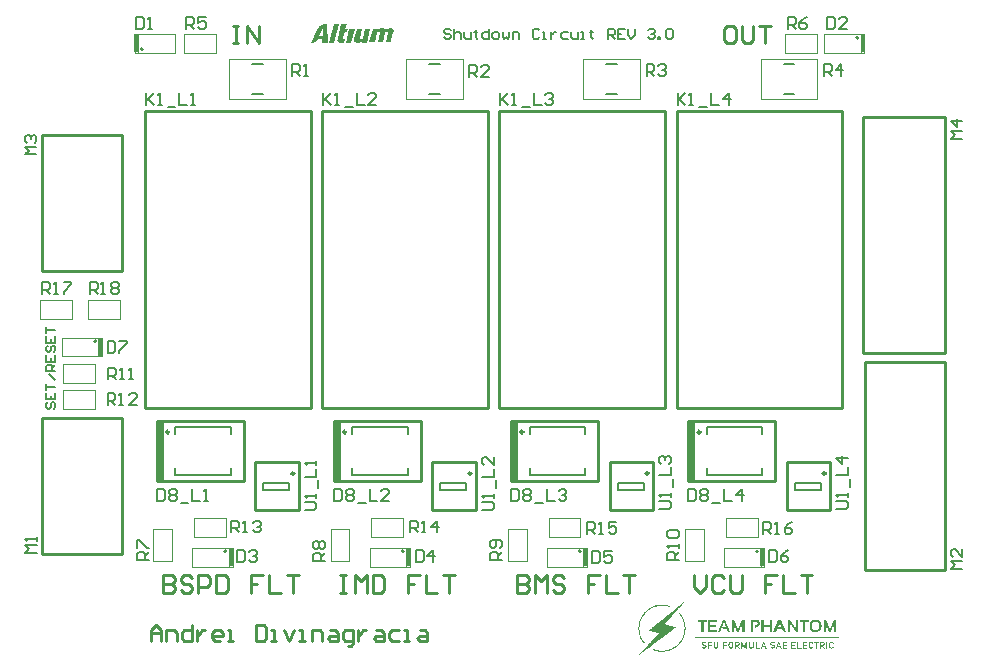
<source format=gto>
G04*
G04 #@! TF.GenerationSoftware,Altium Limited,Altium Designer,18.1.9 (240)*
G04*
G04 Layer_Color=65535*
%FSLAX25Y25*%
%MOIN*%
G70*
G01*
G75*
%ADD10C,0.00984*%
%ADD11C,0.00787*%
%ADD12C,0.01000*%
%ADD13C,0.00394*%
%ADD14R,0.01181X0.06299*%
%ADD15R,0.01575X0.20000*%
G36*
X123122Y211753D02*
X123222Y211746D01*
X123311Y211735D01*
X123353Y211732D01*
X123391Y211725D01*
X123425Y211718D01*
X123456Y211715D01*
X123484Y211708D01*
X123505Y211704D01*
X123522Y211701D01*
X123536Y211697D01*
X123543Y211694D01*
X123546D01*
X123632Y211670D01*
X123712Y211639D01*
X123781Y211608D01*
X123839Y211577D01*
X123891Y211549D01*
X123926Y211525D01*
X123939Y211518D01*
X123950Y211511D01*
X123953Y211504D01*
X123957D01*
X124012Y211445D01*
X124057Y211383D01*
X124091Y211318D01*
X124115Y211256D01*
X124136Y211197D01*
X124143Y211173D01*
X124146Y211152D01*
X124153Y211135D01*
Y211121D01*
X124157Y211114D01*
Y211111D01*
X124167Y211011D01*
Y210907D01*
X124160Y210807D01*
X124150Y210711D01*
X124143Y210666D01*
X124136Y210624D01*
X124129Y210590D01*
X124126Y210559D01*
X124119Y210531D01*
X124115Y210514D01*
X124112Y210500D01*
Y210497D01*
X123446Y207854D01*
X123425Y207788D01*
X123401Y207723D01*
X123374Y207664D01*
X123343Y207609D01*
X123308Y207554D01*
X123270Y207505D01*
X123236Y207461D01*
X123198Y207419D01*
X123163Y207381D01*
X123129Y207347D01*
X123101Y207319D01*
X123073Y207295D01*
X123049Y207278D01*
X123032Y207264D01*
X123022Y207257D01*
X123018Y207254D01*
X122953Y207212D01*
X122891Y207174D01*
X122825Y207143D01*
X122759Y207116D01*
X122697Y207091D01*
X122635Y207074D01*
X122573Y207057D01*
X122518Y207047D01*
X122466Y207036D01*
X122421Y207029D01*
X122377Y207023D01*
X122342Y207019D01*
X122314Y207016D01*
X121511D01*
X122273Y210058D01*
X122287Y210110D01*
X122297Y210155D01*
X122304Y210238D01*
X122308Y210310D01*
X122301Y210369D01*
X122290Y210410D01*
X122280Y210445D01*
X122270Y210462D01*
X122266Y210469D01*
X122249Y210493D01*
X122228Y210514D01*
X122176Y210548D01*
X122121Y210573D01*
X122066Y210590D01*
X122011Y210600D01*
X121990Y210604D01*
X121969D01*
X121952Y210607D01*
X121928D01*
X121835Y210600D01*
X121752Y210586D01*
X121680Y210562D01*
X121621Y210538D01*
X121573Y210514D01*
X121538Y210490D01*
X121524Y210483D01*
X121514Y210476D01*
X121511Y210469D01*
X121507D01*
X121452Y210414D01*
X121404Y210348D01*
X121362Y210279D01*
X121328Y210214D01*
X121304Y210152D01*
X121293Y210127D01*
X121286Y210103D01*
X121279Y210086D01*
X121276Y210072D01*
X121273Y210062D01*
Y210058D01*
X120510Y207016D01*
X118789D01*
X119551Y210055D01*
X119565Y210107D01*
X119575Y210152D01*
X119582Y210238D01*
Y210310D01*
X119575Y210366D01*
X119565Y210410D01*
X119554Y210445D01*
X119544Y210462D01*
X119541Y210469D01*
X119523Y210493D01*
X119499Y210514D01*
X119451Y210548D01*
X119396Y210573D01*
X119341Y210590D01*
X119289Y210600D01*
X119247Y210604D01*
X119230Y210607D01*
X119206D01*
X119120Y210600D01*
X119040Y210586D01*
X118968Y210562D01*
X118909Y210538D01*
X118864Y210514D01*
X118826Y210490D01*
X118816Y210483D01*
X118806Y210476D01*
X118802Y210469D01*
X118799D01*
X118744Y210414D01*
X118695Y210348D01*
X118654Y210279D01*
X118623Y210214D01*
X118599Y210152D01*
X118588Y210127D01*
X118581Y210103D01*
X118575Y210086D01*
X118571Y210072D01*
X118568Y210062D01*
Y210058D01*
X117798Y207016D01*
X116080D01*
X117233Y211628D01*
X118971D01*
X118837Y211066D01*
X118858D01*
X118909Y211128D01*
X118961Y211187D01*
X119013Y211242D01*
X119068Y211294D01*
X119120Y211338D01*
X119172Y211380D01*
X119223Y211421D01*
X119272Y211456D01*
X119316Y211483D01*
X119358Y211511D01*
X119396Y211532D01*
X119427Y211552D01*
X119454Y211566D01*
X119472Y211577D01*
X119485Y211580D01*
X119489Y211583D01*
X119558Y211614D01*
X119630Y211642D01*
X119703Y211663D01*
X119775Y211684D01*
X119917Y211715D01*
X119986Y211725D01*
X120048Y211735D01*
X120106Y211742D01*
X120162Y211746D01*
X120210Y211753D01*
X120251D01*
X120286Y211756D01*
X120331D01*
X120431Y211753D01*
X120524Y211749D01*
X120603Y211742D01*
X120676Y211735D01*
X120703Y211728D01*
X120731Y211725D01*
X120755Y211721D01*
X120776Y211718D01*
X120790Y211715D01*
X120800D01*
X120807Y211711D01*
X120810D01*
X120883Y211694D01*
X120948Y211673D01*
X121007Y211652D01*
X121055Y211632D01*
X121097Y211614D01*
X121124Y211597D01*
X121141Y211587D01*
X121148Y211583D01*
X121197Y211545D01*
X121238Y211508D01*
X121276Y211470D01*
X121307Y211435D01*
X121331Y211404D01*
X121348Y211380D01*
X121359Y211363D01*
X121362Y211356D01*
X121390Y211304D01*
X121414Y211249D01*
X121435Y211197D01*
X121452Y211149D01*
X121466Y211107D01*
X121473Y211073D01*
X121476Y211059D01*
X121479Y211049D01*
Y211045D01*
Y211042D01*
X121538Y211114D01*
X121597Y211176D01*
X121652Y211235D01*
X121704Y211283D01*
X121749Y211321D01*
X121783Y211352D01*
X121797Y211363D01*
X121807Y211369D01*
X121811Y211376D01*
X121814D01*
X121883Y211425D01*
X121952Y211470D01*
X122018Y211508D01*
X122076Y211539D01*
X122128Y211563D01*
X122149Y211573D01*
X122169Y211583D01*
X122183Y211590D01*
X122194Y211594D01*
X122201Y211597D01*
X122204D01*
X122276Y211625D01*
X122349Y211649D01*
X122415Y211670D01*
X122477Y211687D01*
X122528Y211697D01*
X122549Y211704D01*
X122566Y211708D01*
X122580Y211711D01*
X122590Y211715D01*
X122601D01*
X122677Y211728D01*
X122749Y211739D01*
X122818Y211746D01*
X122880Y211753D01*
X122935D01*
X122956Y211756D01*
X123011D01*
X123122Y211753D01*
D02*
G37*
G36*
X115232Y207009D02*
X113517D01*
X113652Y207564D01*
X113627D01*
X113579Y207502D01*
X113527Y207447D01*
X113472Y207395D01*
X113420Y207343D01*
X113369Y207298D01*
X113317Y207261D01*
X113265Y207223D01*
X113217Y207188D01*
X113172Y207160D01*
X113134Y207133D01*
X113096Y207112D01*
X113065Y207095D01*
X113037Y207081D01*
X113020Y207071D01*
X113006Y207067D01*
X113003Y207064D01*
X112934Y207036D01*
X112861Y207009D01*
X112720Y206967D01*
X112578Y206940D01*
X112513Y206929D01*
X112451Y206919D01*
X112392Y206912D01*
X112337Y206909D01*
X112292Y206902D01*
X112251D01*
X112216Y206898D01*
X112061D01*
X111961Y206905D01*
X111871Y206916D01*
X111830Y206919D01*
X111792Y206926D01*
X111757Y206929D01*
X111730Y206936D01*
X111702Y206943D01*
X111681Y206947D01*
X111664Y206950D01*
X111651Y206954D01*
X111644Y206957D01*
X111640D01*
X111561Y206985D01*
X111485Y207016D01*
X111419Y207050D01*
X111364Y207081D01*
X111316Y207112D01*
X111281Y207136D01*
X111271Y207143D01*
X111261Y207150D01*
X111257Y207157D01*
X111254D01*
X111195Y207209D01*
X111147Y207267D01*
X111109Y207330D01*
X111081Y207388D01*
X111061Y207443D01*
X111054Y207464D01*
X111047Y207485D01*
X111043Y207502D01*
X111040Y207516D01*
X111036Y207523D01*
Y207526D01*
X111026Y207623D01*
Y207726D01*
X111033Y207830D01*
X111043Y207926D01*
X111050Y207968D01*
X111057Y208009D01*
X111064Y208044D01*
X111067Y208078D01*
X111074Y208102D01*
X111078Y208120D01*
X111081Y208133D01*
Y208137D01*
X111954Y211628D01*
X113676D01*
X112913Y208578D01*
X112903Y208530D01*
X112892Y208482D01*
X112886Y208399D01*
Y208327D01*
X112892Y208268D01*
X112903Y208223D01*
X112913Y208192D01*
X112924Y208171D01*
X112927Y208165D01*
X112944Y208140D01*
X112965Y208120D01*
X113013Y208085D01*
X113068Y208061D01*
X113120Y208044D01*
X113172Y208033D01*
X113213Y208030D01*
X113227Y208027D01*
X113251D01*
X113341Y208033D01*
X113424Y208047D01*
X113493Y208071D01*
X113551Y208096D01*
X113600Y208120D01*
X113638Y208144D01*
X113648Y208151D01*
X113658Y208158D01*
X113662Y208165D01*
X113665D01*
X113724Y208223D01*
X113772Y208289D01*
X113810Y208358D01*
X113845Y208423D01*
X113865Y208485D01*
X113876Y208509D01*
X113883Y208534D01*
X113890Y208551D01*
X113893Y208568D01*
X113896Y208575D01*
Y208578D01*
X114666Y211628D01*
X116387D01*
X115232Y207009D01*
D02*
G37*
G36*
X110012D02*
X108297D01*
X109449Y211628D01*
X111174D01*
X110012Y207009D01*
D02*
G37*
G36*
X104395D02*
X102677D01*
X104205Y213101D01*
X105927D01*
X104395Y207009D01*
D02*
G37*
G36*
X102315D02*
X100328D01*
X100383Y208068D01*
X98903D01*
X98437Y207016D01*
X96457Y207009D01*
X99075Y211891D01*
X99134Y211990D01*
X99196Y212080D01*
X99258Y212163D01*
X99313Y212235D01*
X99341Y212266D01*
X99362Y212294D01*
X99386Y212318D01*
X99403Y212339D01*
X99417Y212356D01*
X99427Y212367D01*
X99434Y212373D01*
X99437Y212377D01*
X99517Y212456D01*
X99596Y212529D01*
X99672Y212594D01*
X99744Y212649D01*
X99807Y212691D01*
X99831Y212712D01*
X99855Y212725D01*
X99872Y212736D01*
X99886Y212746D01*
X99893Y212753D01*
X99896D01*
X99993Y212808D01*
X100090Y212860D01*
X100183Y212901D01*
X100266Y212939D01*
X100303Y212953D01*
X100338Y212967D01*
X100369Y212977D01*
X100397Y212988D01*
X100417Y212995D01*
X100431Y213001D01*
X100441Y213005D01*
X100445D01*
X100555Y213032D01*
X100662Y213057D01*
X100766Y213070D01*
X100862Y213084D01*
X100904Y213088D01*
X100942Y213094D01*
X100976D01*
X101004Y213098D01*
X101028Y213101D01*
X102087D01*
X102315Y207009D01*
D02*
G37*
G36*
X108097Y211628D02*
X108815D01*
X108556Y210593D01*
X107838D01*
X107290Y208396D01*
X107276Y208330D01*
Y208275D01*
X107279Y208227D01*
X107290Y208185D01*
X107304Y208154D01*
X107314Y208133D01*
X107324Y208120D01*
X107328Y208116D01*
X107366Y208089D01*
X107410Y208064D01*
X107462Y208051D01*
X107510Y208040D01*
X107555Y208037D01*
X107593Y208033D01*
X107918D01*
X107659Y207009D01*
X107562Y207002D01*
X107473Y206995D01*
X107386Y206988D01*
X107310Y206985D01*
X107276Y206981D01*
X107221D01*
X107196Y206978D01*
X107155D01*
X107065Y206974D01*
X106979Y206971D01*
X106900D01*
X106831Y206967D01*
X106479D01*
X106417Y206971D01*
X106358Y206974D01*
X106303Y206978D01*
X106251Y206981D01*
X106206Y206988D01*
X106165Y206992D01*
X106131Y206995D01*
X106096Y207002D01*
X106072Y207005D01*
X106051Y207009D01*
X106037D01*
X106027Y207012D01*
X106024D01*
X105930Y207033D01*
X105851Y207057D01*
X105782Y207085D01*
X105723Y207109D01*
X105678Y207133D01*
X105648Y207150D01*
X105627Y207164D01*
X105620Y207167D01*
X105565Y207212D01*
X105523Y207267D01*
X105489Y207323D01*
X105465Y207381D01*
X105447Y207433D01*
X105437Y207474D01*
X105434Y207488D01*
Y207502D01*
X105430Y207509D01*
Y207512D01*
X105427Y207609D01*
X105430Y207713D01*
X105440Y207813D01*
X105458Y207913D01*
X105465Y207958D01*
X105472Y207999D01*
X105482Y208037D01*
X105489Y208068D01*
X105492Y208096D01*
X105499Y208113D01*
X105503Y208126D01*
Y208130D01*
X106745Y213039D01*
X108466D01*
X108097Y211628D01*
D02*
G37*
G36*
X214030Y19648D02*
X214127D01*
X214244Y19638D01*
X214380Y19619D01*
X214535Y19599D01*
X214710Y19580D01*
X214894Y19551D01*
X215098Y19512D01*
X215312Y19473D01*
X215526Y19424D01*
X215982Y19298D01*
X216215Y19220D01*
X216448Y19133D01*
X216331Y18803D01*
X216322Y18813D01*
X216273Y18822D01*
X216215Y18842D01*
X216127Y18881D01*
X216021Y18910D01*
X215885Y18949D01*
X215739Y18997D01*
X215574Y19046D01*
X215399Y19085D01*
X215205Y19133D01*
X215011Y19172D01*
X214797Y19211D01*
X214351Y19279D01*
X214118Y19298D01*
X213884Y19308D01*
X213564D01*
X213428Y19298D01*
X213282D01*
X213117Y19288D01*
X212943Y19269D01*
X212748Y19250D01*
X212554Y19220D01*
X212341Y19191D01*
X211913Y19114D01*
X211476Y18997D01*
X211467D01*
X211428Y18978D01*
X211360Y18958D01*
X211282Y18929D01*
X211175Y18890D01*
X211059Y18852D01*
X210913Y18793D01*
X210768Y18735D01*
X210602Y18667D01*
X210428Y18589D01*
X210059Y18405D01*
X209680Y18191D01*
X209292Y17939D01*
X209282Y17929D01*
X209243Y17910D01*
X209194Y17871D01*
X209117Y17813D01*
X209030Y17745D01*
X208932Y17657D01*
X208816Y17560D01*
X208690Y17453D01*
X208554Y17337D01*
X208408Y17201D01*
X208262Y17055D01*
X208117Y16900D01*
X207961Y16735D01*
X207816Y16560D01*
X207524Y16181D01*
X207515Y16172D01*
X207495Y16133D01*
X207456Y16074D01*
X207398Y15997D01*
X207340Y15900D01*
X207272Y15793D01*
X207194Y15657D01*
X207107Y15511D01*
X207019Y15356D01*
X206922Y15181D01*
X206835Y14997D01*
X206738Y14803D01*
X206573Y14385D01*
X206417Y13948D01*
Y13938D01*
X206398Y13900D01*
X206388Y13832D01*
X206359Y13744D01*
X206340Y13637D01*
X206311Y13511D01*
X206282Y13365D01*
X206252Y13200D01*
X206214Y13026D01*
X206185Y12831D01*
X206165Y12637D01*
X206136Y12433D01*
X206107Y11996D01*
Y11540D01*
Y11530D01*
Y11482D01*
X206117Y11423D01*
X206126Y11336D01*
X206136Y11229D01*
X206146Y11093D01*
X206165Y10948D01*
X206185Y10792D01*
X206214Y10617D01*
X206243Y10423D01*
X206282Y10229D01*
X206330Y10025D01*
X206447Y9598D01*
X206592Y9151D01*
X206602Y9142D01*
X206612Y9103D01*
X206641Y9035D01*
X206670Y8957D01*
X206718Y8850D01*
X206767Y8734D01*
X206835Y8598D01*
X206913Y8452D01*
X206990Y8287D01*
X207087Y8122D01*
X207301Y7763D01*
X207544Y7384D01*
X207835Y7015D01*
X207563Y6772D01*
X207554Y6782D01*
X207524Y6821D01*
X207486Y6879D01*
X207427Y6957D01*
X207350Y7054D01*
X207272Y7170D01*
X207175Y7297D01*
X207078Y7442D01*
X206981Y7607D01*
X206874Y7782D01*
X206757Y7967D01*
X206650Y8161D01*
X206447Y8588D01*
X206262Y9035D01*
X206252Y9044D01*
X206243Y9093D01*
X206223Y9151D01*
X206185Y9248D01*
X206155Y9355D01*
X206117Y9481D01*
X206068Y9637D01*
X206029Y9802D01*
X205980Y9986D01*
X205932Y10171D01*
X205893Y10384D01*
X205854Y10598D01*
X205786Y11045D01*
X205767Y11287D01*
X205757Y11520D01*
Y11540D01*
Y11579D01*
Y11647D01*
Y11744D01*
Y11860D01*
X205767Y11996D01*
X205777Y12152D01*
X205786Y12317D01*
X205796Y12501D01*
X205825Y12705D01*
X205845Y12909D01*
X205883Y13132D01*
X205971Y13589D01*
X206087Y14055D01*
Y14064D01*
X206107Y14113D01*
X206126Y14181D01*
X206155Y14268D01*
X206194Y14375D01*
X206243Y14502D01*
X206301Y14647D01*
X206369Y14812D01*
X206447Y14987D01*
X206534Y15171D01*
X206728Y15560D01*
X206961Y15977D01*
X207233Y16385D01*
X207243Y16395D01*
X207272Y16434D01*
X207311Y16492D01*
X207379Y16570D01*
X207447Y16657D01*
X207544Y16774D01*
X207641Y16890D01*
X207767Y17026D01*
X207893Y17172D01*
X208029Y17317D01*
X208185Y17473D01*
X208350Y17628D01*
X208699Y17939D01*
X209078Y18240D01*
X209088Y18249D01*
X209127Y18269D01*
X209185Y18308D01*
X209262Y18356D01*
X209369Y18424D01*
X209486Y18492D01*
X209622Y18570D01*
X209767Y18657D01*
X209932Y18745D01*
X210107Y18832D01*
X210301Y18920D01*
X210496Y19017D01*
X210923Y19191D01*
X211370Y19337D01*
X211379D01*
X211428Y19356D01*
X211496Y19376D01*
X211583Y19395D01*
X211690Y19424D01*
X211826Y19454D01*
X211981Y19483D01*
X212146Y19512D01*
X212331Y19551D01*
X212525Y19580D01*
X212739Y19609D01*
X212952Y19628D01*
X213418Y19658D01*
X213962D01*
X214030Y19648D01*
D02*
G37*
G36*
X250229Y10579D02*
X249481D01*
Y12288D01*
X247491D01*
Y10579D01*
X246753D01*
Y14589D01*
X247491D01*
Y12928D01*
X249481D01*
Y14589D01*
X250229D01*
Y10579D01*
D02*
G37*
G36*
X245248Y14570D02*
X245384Y14550D01*
X245529Y14521D01*
X245685Y14463D01*
X245830Y14395D01*
X245957Y14298D01*
X245966Y14288D01*
X246005Y14249D01*
X246054Y14181D01*
X246112Y14084D01*
X246170Y13967D01*
X246219Y13822D01*
X246258Y13647D01*
X246267Y13443D01*
Y13433D01*
Y13414D01*
Y13385D01*
X246258Y13346D01*
X246248Y13229D01*
X246219Y13093D01*
X246161Y12938D01*
X246083Y12773D01*
X245986Y12618D01*
X245918Y12540D01*
X245840Y12462D01*
X245821Y12443D01*
X245792Y12424D01*
X245762Y12404D01*
X245714Y12375D01*
X245665Y12336D01*
X245597Y12297D01*
X245529Y12258D01*
X245442Y12220D01*
X245345Y12181D01*
X245238Y12132D01*
X245131Y12093D01*
X245005Y12055D01*
X244869Y12016D01*
X244723Y11987D01*
X244568Y11958D01*
X244471Y12628D01*
X244490D01*
X244549Y12647D01*
X244646Y12666D01*
X244753Y12695D01*
X244869Y12734D01*
X244995Y12783D01*
X245122Y12841D01*
X245228Y12909D01*
X245238Y12919D01*
X245267Y12948D01*
X245316Y12987D01*
X245364Y13055D01*
X245403Y13123D01*
X245452Y13210D01*
X245481Y13317D01*
X245491Y13424D01*
Y13433D01*
Y13463D01*
X245481Y13511D01*
X245471Y13569D01*
X245432Y13696D01*
X245403Y13754D01*
X245355Y13802D01*
X245345Y13812D01*
X245335Y13822D01*
X245306Y13841D01*
X245257Y13870D01*
X245209Y13890D01*
X245151Y13909D01*
X245073Y13919D01*
X244986Y13929D01*
X243986D01*
Y10579D01*
X243238D01*
Y14589D01*
X245141D01*
X245248Y14570D01*
D02*
G37*
G36*
X259046Y10579D02*
X258288D01*
X256181Y13550D01*
Y10579D01*
X255453D01*
Y14589D01*
X256191D01*
X258327Y11666D01*
Y14589D01*
X259046D01*
Y10579D01*
D02*
G37*
G36*
X271708D02*
X271038D01*
Y13356D01*
X269931Y10579D01*
X269309D01*
X268183Y13356D01*
Y10579D01*
X267503D01*
Y14589D01*
X268270D01*
X269630Y11540D01*
X270970Y14589D01*
X271708D01*
Y10579D01*
D02*
G37*
G36*
X241131D02*
X240441D01*
Y13356D01*
X239344Y10579D01*
X238713D01*
X237606Y13356D01*
Y10579D01*
X236907D01*
Y14589D01*
X237684D01*
X239033Y11540D01*
X240383Y14589D01*
X241131D01*
Y10579D01*
D02*
G37*
G36*
X262512Y13948D02*
X261366D01*
Y10579D01*
X260619D01*
Y13948D01*
X259463D01*
Y14589D01*
X262512D01*
Y13948D01*
D02*
G37*
G36*
X254967Y10579D02*
X254171D01*
X253705Y11666D01*
X252375D01*
X252627Y12307D01*
X253443D01*
X252802Y13822D01*
X251472Y10579D01*
X250714D01*
X252424Y14589D01*
X253220D01*
X254967Y10579D01*
D02*
G37*
G36*
X236421D02*
X235615D01*
X235159Y11666D01*
X233829Y11666D01*
X234072Y12307D01*
X234887Y12307D01*
X234266Y13822D01*
X232936Y10579D01*
X232168D01*
X233887Y14589D01*
X234683Y14589D01*
X236421Y10579D01*
D02*
G37*
G36*
X231790Y13948D02*
X229780D01*
Y12928D01*
X231702D01*
Y12268D01*
X229770D01*
Y11210D01*
X231829D01*
Y10579D01*
X229042D01*
Y14589D01*
X231790D01*
Y13948D01*
D02*
G37*
G36*
X228624D02*
X227469D01*
Y10579D01*
X226721D01*
Y13948D01*
X225566D01*
Y14589D01*
X228624D01*
Y13948D01*
D02*
G37*
G36*
X264969Y14608D02*
X265056Y14599D01*
X265153Y14589D01*
X265260Y14579D01*
X265367Y14550D01*
X265610Y14492D01*
X265862Y14395D01*
X265979Y14336D01*
X266095Y14268D01*
X266202Y14191D01*
X266299Y14094D01*
X266309Y14084D01*
X266318Y14074D01*
X266348Y14035D01*
X266377Y13997D01*
X266416Y13948D01*
X266454Y13880D01*
X266503Y13802D01*
X266551Y13705D01*
X266590Y13608D01*
X266639Y13492D01*
X266678Y13365D01*
X266717Y13229D01*
X266746Y13084D01*
X266775Y12919D01*
X266785Y12744D01*
X266794Y12560D01*
Y12550D01*
Y12521D01*
Y12462D01*
X266785Y12394D01*
X266775Y12317D01*
X266765Y12220D01*
X266755Y12113D01*
X266736Y11996D01*
X266678Y11754D01*
X266590Y11501D01*
X266532Y11375D01*
X266464Y11258D01*
X266387Y11152D01*
X266299Y11045D01*
X266289Y11035D01*
X266280Y11025D01*
X266250Y10996D01*
X266212Y10967D01*
X266153Y10928D01*
X266095Y10889D01*
X266018Y10841D01*
X265930Y10792D01*
X265833Y10744D01*
X265717Y10695D01*
X265600Y10656D01*
X265464Y10617D01*
X265318Y10588D01*
X265163Y10559D01*
X264988Y10549D01*
X264804Y10540D01*
X264716D01*
X264648Y10549D01*
X264561Y10559D01*
X264474Y10569D01*
X264367Y10579D01*
X264260Y10608D01*
X264027Y10666D01*
X263784Y10753D01*
X263658Y10812D01*
X263541Y10880D01*
X263435Y10957D01*
X263337Y11045D01*
X263328Y11054D01*
X263318Y11074D01*
X263289Y11103D01*
X263260Y11142D01*
X263221Y11190D01*
X263172Y11258D01*
X263124Y11336D01*
X263075Y11423D01*
X263027Y11530D01*
X262978Y11637D01*
X262930Y11763D01*
X262891Y11899D01*
X262852Y12045D01*
X262823Y12210D01*
X262794Y12375D01*
X262784Y12560D01*
Y12569D01*
Y12608D01*
Y12657D01*
X262794Y12725D01*
X262804Y12812D01*
X262813Y12909D01*
X262823Y13016D01*
X262852Y13132D01*
X262910Y13385D01*
X262998Y13637D01*
X263056Y13763D01*
X263124Y13880D01*
X263202Y13997D01*
X263289Y14094D01*
X263299Y14103D01*
X263318Y14113D01*
X263347Y14142D01*
X263386Y14171D01*
X263435Y14220D01*
X263503Y14259D01*
X263580Y14307D01*
X263668Y14356D01*
X263774Y14404D01*
X263881Y14453D01*
X264007Y14502D01*
X264143Y14540D01*
X264289Y14570D01*
X264454Y14599D01*
X264619Y14608D01*
X264804Y14618D01*
X264901D01*
X264969Y14608D01*
D02*
G37*
G36*
X272572Y8520D02*
X224663Y8520D01*
Y8860D01*
X272572Y8860D01*
Y8520D01*
D02*
G37*
G36*
X250598Y7277D02*
X250724Y7267D01*
X250860Y7229D01*
X250870D01*
X250889Y7219D01*
X250928Y7209D01*
X250977Y7190D01*
X251083Y7132D01*
X251200Y7064D01*
X251006Y6772D01*
X250996D01*
X250986Y6792D01*
X250928Y6821D01*
X250841Y6860D01*
X250734Y6899D01*
X250724D01*
X250705Y6908D01*
X250685D01*
X250646Y6918D01*
X250549Y6937D01*
X250452Y6957D01*
X250404D01*
X250345Y6947D01*
X250297Y6928D01*
X250287D01*
X250258Y6918D01*
X250181Y6869D01*
X250171Y6860D01*
X250151Y6850D01*
X250122Y6821D01*
X250093Y6772D01*
Y6763D01*
X250083Y6734D01*
X250074Y6685D01*
Y6627D01*
Y6617D01*
Y6598D01*
X250083Y6530D01*
Y6520D01*
X250103Y6500D01*
X250142Y6442D01*
X250151Y6432D01*
X250171Y6423D01*
X250200Y6394D01*
X250239Y6374D01*
X250248D01*
X250278Y6364D01*
X250326Y6355D01*
X250384Y6335D01*
X250394D01*
X250413Y6326D01*
X250452Y6316D01*
X250491Y6306D01*
X250676D01*
X250705Y6296D01*
X250744Y6287D01*
X250831Y6258D01*
X250918Y6219D01*
X250928D01*
X250938Y6209D01*
X250986Y6180D01*
X251054Y6132D01*
X251113Y6073D01*
X251122Y6054D01*
X251161Y6015D01*
X251200Y5947D01*
X251229Y5869D01*
X251239Y5850D01*
X251249Y5801D01*
X251258Y5733D01*
X251268Y5646D01*
Y5636D01*
Y5588D01*
X251258Y5529D01*
X251239Y5461D01*
X251219Y5384D01*
X251181Y5296D01*
X251132Y5219D01*
X251064Y5151D01*
X251054Y5141D01*
X251025Y5122D01*
X250986Y5102D01*
X250918Y5073D01*
X250831Y5034D01*
X250734Y5015D01*
X250608Y4995D01*
X250472Y4986D01*
X250375D01*
X250316Y4995D01*
X250239Y5005D01*
X250161Y5015D01*
X249996Y5063D01*
X249986D01*
X249957Y5083D01*
X249918Y5093D01*
X249870Y5122D01*
X249744Y5199D01*
X249608Y5296D01*
X249831Y5559D01*
X249841Y5549D01*
X249850Y5539D01*
X249879Y5520D01*
X249918Y5491D01*
X250015Y5432D01*
X250122Y5384D01*
X250132D01*
X250151Y5374D01*
X250181Y5364D01*
X250229D01*
X250336Y5345D01*
X250472Y5335D01*
X250549D01*
X250598Y5345D01*
X250705Y5364D01*
X250753Y5384D01*
X250802Y5413D01*
X250812D01*
X250821Y5432D01*
X250860Y5471D01*
X250899Y5549D01*
X250918Y5588D01*
Y5646D01*
Y5656D01*
Y5665D01*
X250909Y5714D01*
X250889Y5782D01*
X250851Y5840D01*
X250841Y5850D01*
X250802Y5889D01*
X250724Y5918D01*
X250627Y5957D01*
X250540D01*
X250482Y5966D01*
X250472D01*
X250433Y5976D01*
X250384D01*
X250336Y5986D01*
X250307D01*
X250278Y5996D01*
X250248Y6005D01*
X250151Y6025D01*
X250064Y6064D01*
X250044Y6073D01*
X249996Y6112D01*
X249938Y6161D01*
X249879Y6219D01*
X249870Y6238D01*
X249831Y6277D01*
X249792Y6335D01*
X249753Y6403D01*
Y6413D01*
Y6423D01*
X249744Y6471D01*
X249734Y6539D01*
X249724Y6627D01*
Y6636D01*
Y6656D01*
Y6685D01*
X249734Y6724D01*
X249744Y6811D01*
X249763Y6899D01*
Y6908D01*
X249773Y6918D01*
X249802Y6976D01*
X249850Y7044D01*
X249918Y7112D01*
X249928D01*
X249938Y7132D01*
X249986Y7161D01*
X250064Y7200D01*
X250151Y7238D01*
X250161D01*
X250171Y7248D01*
X250200Y7258D01*
X250239Y7267D01*
X250336Y7277D01*
X250472Y7287D01*
X250549D01*
X250598Y7277D01*
D02*
G37*
G36*
X227789Y7277D02*
X227925Y7267D01*
X228061Y7229D01*
X228071D01*
X228090Y7219D01*
X228129Y7209D01*
X228178Y7190D01*
X228284Y7132D01*
X228401Y7064D01*
X228207Y6772D01*
X228197D01*
X228187Y6792D01*
X228129Y6821D01*
X228051Y6860D01*
X227945Y6899D01*
X227935D01*
X227915Y6908D01*
X227886D01*
X227857Y6918D01*
X227760Y6937D01*
X227644Y6957D01*
X227595D01*
X227547Y6947D01*
X227498Y6928D01*
X227488D01*
X227459Y6918D01*
X227381Y6869D01*
X227372Y6860D01*
X227352Y6850D01*
X227323Y6821D01*
X227294Y6772D01*
X227284Y6763D01*
X227275Y6734D01*
X227265Y6685D01*
X227255Y6627D01*
Y6617D01*
Y6598D01*
X227265Y6568D01*
X227284Y6530D01*
X227294Y6520D01*
X227304Y6500D01*
X227343Y6442D01*
X227352Y6432D01*
X227372Y6423D01*
X227401Y6394D01*
X227440Y6374D01*
X227449D01*
X227479Y6364D01*
X227527Y6355D01*
X227585Y6335D01*
X227595D01*
X227624Y6326D01*
X227663Y6316D01*
X227702Y6306D01*
X227877D01*
X227906Y6296D01*
X227945Y6287D01*
X228032Y6258D01*
X228119Y6219D01*
X228129D01*
X228139Y6209D01*
X228187Y6180D01*
X228255Y6132D01*
X228313Y6073D01*
X228323Y6054D01*
X228362Y6015D01*
X228401Y5947D01*
X228430Y5869D01*
X228440Y5850D01*
X228450Y5801D01*
X228459Y5733D01*
X228469Y5646D01*
Y5636D01*
X228459Y5588D01*
X228450Y5529D01*
X228430Y5461D01*
X228411Y5384D01*
X228362Y5296D01*
X228313Y5219D01*
X228246Y5151D01*
X228236Y5141D01*
X228207Y5122D01*
X228168Y5102D01*
X228100Y5073D01*
X228022Y5034D01*
X227925Y5015D01*
X227809Y4995D01*
X227673Y4986D01*
X227576D01*
X227517Y4995D01*
X227440Y5005D01*
X227362Y5015D01*
X227197Y5063D01*
X227187D01*
X227158Y5083D01*
X227119Y5093D01*
X227071Y5122D01*
X226935Y5199D01*
X226789Y5296D01*
X227032Y5559D01*
X227042Y5549D01*
X227051Y5539D01*
X227080Y5520D01*
X227119Y5491D01*
X227207Y5432D01*
X227323Y5384D01*
X227333D01*
X227352Y5374D01*
X227381Y5364D01*
X227430D01*
X227537Y5345D01*
X227673Y5335D01*
X227750D01*
X227799Y5345D01*
X227906Y5364D01*
X227954Y5384D01*
X228003Y5413D01*
X228012D01*
X228022Y5432D01*
X228061Y5471D01*
X228100Y5549D01*
X228119Y5588D01*
Y5646D01*
Y5656D01*
Y5665D01*
X228110Y5714D01*
X228090Y5782D01*
X228042Y5840D01*
X228032Y5850D01*
X227983Y5889D01*
X227915Y5918D01*
X227828Y5957D01*
X227741D01*
X227682Y5966D01*
X227673D01*
X227634Y5976D01*
X227576D01*
X227517Y5986D01*
X227498D01*
X227440Y6005D01*
X227352Y6025D01*
X227265Y6064D01*
X227245Y6073D01*
X227197Y6112D01*
X227139Y6161D01*
X227071Y6219D01*
X227061Y6238D01*
X227032Y6277D01*
X226993Y6335D01*
X226954Y6403D01*
Y6413D01*
X226944Y6423D01*
X226935Y6471D01*
X226925Y6539D01*
X226915Y6627D01*
Y6636D01*
Y6656D01*
Y6685D01*
X226925Y6724D01*
X226935Y6811D01*
X226964Y6899D01*
Y6908D01*
X226974Y6918D01*
X227003Y6976D01*
X227051Y7044D01*
X227119Y7112D01*
X227139Y7132D01*
X227178Y7161D01*
X227255Y7200D01*
X227343Y7238D01*
X227352D01*
X227372Y7248D01*
X227401Y7258D01*
X227440Y7267D01*
X227537Y7277D01*
X227653Y7287D01*
X227741D01*
X227789Y7277D01*
D02*
G37*
G36*
X270202Y7277D02*
X270300Y7267D01*
X270397Y7238D01*
X270406D01*
X270416Y7229D01*
X270474Y7209D01*
X270552Y7161D01*
X270639Y7093D01*
X270659Y7083D01*
X270698Y7034D01*
X270746Y6976D01*
X270805Y6889D01*
Y6879D01*
X270814Y6869D01*
X270843Y6811D01*
X270882Y6724D01*
X270911Y6617D01*
X270533D01*
Y6627D01*
X270523Y6656D01*
X270503Y6695D01*
X270474Y6743D01*
X270465Y6753D01*
X270455Y6782D01*
X270426Y6821D01*
X270397Y6860D01*
X270387Y6869D01*
X270358Y6889D01*
X270309Y6908D01*
X270251Y6918D01*
X270241D01*
X270212Y6928D01*
X270164Y6947D01*
X270105Y6957D01*
X270096D01*
X270066Y6947D01*
X269999Y6928D01*
X269969D01*
X269931Y6918D01*
X269892Y6908D01*
Y6899D01*
X269872Y6889D01*
X269824Y6840D01*
X269814D01*
X269804Y6831D01*
X269756Y6782D01*
X269746Y6772D01*
X269736Y6763D01*
X269707Y6734D01*
X269688Y6695D01*
Y6685D01*
X269678Y6666D01*
X269668Y6598D01*
Y6588D01*
X269659Y6559D01*
X269649Y6500D01*
X269639Y6423D01*
Y6413D01*
Y6403D01*
Y6345D01*
X269630Y6258D01*
Y6151D01*
Y6141D01*
Y6122D01*
Y6093D01*
Y6054D01*
Y5957D01*
X269639Y5860D01*
Y5840D01*
X269649Y5801D01*
X269659Y5733D01*
X269668Y5675D01*
Y5665D01*
Y5646D01*
X269678Y5607D01*
X269688Y5568D01*
X269698Y5559D01*
X269707Y5539D01*
X269756Y5491D01*
X269765Y5481D01*
X269775Y5471D01*
X269824Y5423D01*
X269833D01*
X269843Y5413D01*
X269892Y5384D01*
X269901D01*
X269931Y5364D01*
X269999Y5345D01*
X270028D01*
X270066Y5335D01*
X270134D01*
X270193Y5345D01*
X270280Y5364D01*
X270358Y5413D01*
X270368D01*
X270377Y5432D01*
X270416Y5471D01*
X270474Y5549D01*
X270533Y5646D01*
X270911D01*
Y5636D01*
X270902Y5617D01*
X270892Y5588D01*
X270882Y5539D01*
X270843Y5442D01*
X270795Y5345D01*
Y5335D01*
X270785Y5325D01*
X270746Y5277D01*
X270688Y5209D01*
X270620Y5141D01*
X270601Y5131D01*
X270552Y5102D01*
X270474Y5063D01*
X270387Y5024D01*
X270377D01*
X270368Y5015D01*
X270309Y5005D01*
X270212Y4995D01*
X270105Y4986D01*
X270028D01*
X269950Y4995D01*
X269863Y5015D01*
X269843Y5024D01*
X269795Y5044D01*
X269727Y5073D01*
X269649Y5112D01*
X269639Y5122D01*
X269601Y5151D01*
X269552Y5199D01*
X269503Y5248D01*
X269494Y5258D01*
X269464Y5287D01*
X269435Y5335D01*
X269396Y5384D01*
Y5393D01*
X269387Y5403D01*
X269367Y5442D01*
Y5452D01*
Y5461D01*
X269358Y5491D01*
X269348Y5500D01*
X269329Y5539D01*
Y5549D01*
Y5559D01*
X269319Y5607D01*
Y5617D01*
X269309Y5656D01*
Y5714D01*
X269299Y5801D01*
Y5811D01*
Y5830D01*
Y5860D01*
Y5898D01*
X269290Y5947D01*
Y6005D01*
Y6151D01*
Y6161D01*
Y6180D01*
Y6219D01*
Y6258D01*
Y6364D01*
X269299Y6462D01*
Y6471D01*
Y6481D01*
X269309Y6539D01*
Y6607D01*
X269319Y6666D01*
Y6675D01*
Y6704D01*
X269329Y6743D01*
X269348Y6782D01*
X269358Y6792D01*
X269367Y6821D01*
X269396Y6889D01*
X269406Y6899D01*
X269426Y6937D01*
X269464Y6976D01*
X269503Y7034D01*
X269513Y7044D01*
X269542Y7083D01*
X269591Y7122D01*
X269649Y7170D01*
X269659D01*
X269668Y7180D01*
X269717Y7209D01*
X269785Y7238D01*
X269863Y7258D01*
X269872D01*
X269882Y7267D01*
X269940Y7277D01*
X270018Y7287D01*
X270164D01*
X270202Y7277D01*
D02*
G37*
G36*
X263415D02*
X263503Y7267D01*
X263609Y7238D01*
X263619D01*
X263638Y7229D01*
X263697Y7209D01*
X263774Y7161D01*
X263862Y7093D01*
X263881Y7083D01*
X263920Y7034D01*
X263969Y6976D01*
X264017Y6889D01*
Y6879D01*
X264027Y6869D01*
X264056Y6811D01*
X264085Y6724D01*
X264114Y6617D01*
X263755D01*
Y6627D01*
X263736Y6656D01*
X263716Y6695D01*
X263687Y6743D01*
X263677Y6753D01*
X263658Y6782D01*
X263638Y6821D01*
X263600Y6860D01*
X263590Y6869D01*
X263561Y6889D01*
X263522Y6908D01*
X263474Y6918D01*
X263464D01*
X263425Y6928D01*
X263376Y6947D01*
X263318Y6957D01*
X263308D01*
X263279Y6947D01*
X263240Y6937D01*
X263192Y6928D01*
X263163D01*
X263114Y6908D01*
X263105Y6899D01*
X263085Y6889D01*
X263027Y6840D01*
X263017D01*
X263007Y6831D01*
X262959Y6782D01*
X262949Y6772D01*
X262939Y6763D01*
X262920Y6734D01*
X262901Y6695D01*
Y6685D01*
X262891Y6666D01*
X262871Y6598D01*
Y6588D01*
X262862Y6559D01*
X262852Y6500D01*
Y6423D01*
Y6413D01*
Y6403D01*
Y6345D01*
Y6258D01*
Y6151D01*
Y6141D01*
Y6122D01*
Y6093D01*
Y6054D01*
Y5957D01*
Y5860D01*
Y5840D01*
Y5801D01*
X262862Y5733D01*
X262871Y5675D01*
Y5665D01*
X262881Y5646D01*
X262891Y5607D01*
X262901Y5568D01*
Y5559D01*
X262920Y5539D01*
X262959Y5491D01*
X262968Y5481D01*
X262978Y5471D01*
X263027Y5423D01*
X263036D01*
X263056Y5413D01*
X263114Y5384D01*
X263124D01*
X263134Y5364D01*
X263192Y5345D01*
X263231D01*
X263269Y5335D01*
X263347D01*
X263405Y5345D01*
X263483Y5364D01*
X263571Y5413D01*
X263580D01*
X263590Y5432D01*
X263638Y5471D01*
X263697Y5549D01*
X263755Y5646D01*
X264114D01*
Y5636D01*
X264105Y5617D01*
Y5588D01*
X264095Y5539D01*
X264056Y5442D01*
X264007Y5345D01*
Y5335D01*
X263998Y5325D01*
X263959Y5277D01*
X263901Y5209D01*
X263823Y5141D01*
X263804Y5131D01*
X263755Y5102D01*
X263677Y5063D01*
X263590Y5024D01*
X263580D01*
X263571Y5015D01*
X263512Y5005D01*
X263425Y4995D01*
X263318Y4986D01*
X263240D01*
X263153Y4995D01*
X263066Y5015D01*
X263046Y5024D01*
X262998Y5044D01*
X262939Y5073D01*
X262871Y5112D01*
X262862Y5122D01*
X262823Y5151D01*
X262765Y5199D01*
X262716Y5248D01*
X262706Y5258D01*
X262677Y5287D01*
X262638Y5335D01*
X262590Y5384D01*
Y5393D01*
Y5403D01*
X262570Y5442D01*
Y5452D01*
Y5461D01*
X262561Y5491D01*
X262551Y5500D01*
X262532Y5539D01*
Y5549D01*
Y5559D01*
X262522Y5607D01*
Y5617D01*
Y5656D01*
X262512Y5714D01*
Y5801D01*
Y5811D01*
Y5830D01*
Y5860D01*
Y5898D01*
Y5947D01*
Y6005D01*
Y6151D01*
Y6161D01*
Y6180D01*
Y6219D01*
Y6258D01*
Y6364D01*
Y6462D01*
Y6471D01*
Y6481D01*
Y6539D01*
Y6607D01*
X262522Y6666D01*
Y6675D01*
X262532Y6704D01*
X262561Y6782D01*
Y6792D01*
X262570Y6821D01*
X262590Y6889D01*
X262599Y6899D01*
X262629Y6937D01*
X262667Y6976D01*
X262716Y7034D01*
X262726Y7044D01*
X262765Y7083D01*
X262813Y7122D01*
X262871Y7170D01*
X262891Y7180D01*
X262930Y7209D01*
X262988Y7238D01*
X263066Y7258D01*
X263075D01*
X263085Y7267D01*
X263143Y7277D01*
X263221Y7287D01*
X263376D01*
X263415Y7277D01*
D02*
G37*
G36*
X242014Y5005D02*
X241665D01*
Y6423D01*
X241645D01*
X241179Y5335D01*
X240888D01*
X240422Y6423D01*
X240403D01*
Y5005D01*
X240063D01*
Y7267D01*
X240383D01*
X241043Y5801D01*
X241684Y7267D01*
X242014D01*
Y5005D01*
D02*
G37*
G36*
X244228Y5762D02*
Y5753D01*
Y5733D01*
Y5704D01*
X244218Y5665D01*
X244199Y5559D01*
X244160Y5452D01*
Y5442D01*
X244151Y5432D01*
X244121Y5374D01*
X244063Y5287D01*
X243986Y5199D01*
X243966Y5180D01*
X243917Y5141D01*
X243830Y5083D01*
X243733Y5034D01*
X243723D01*
X243704Y5024D01*
X243675Y5015D01*
X243636D01*
X243539Y4995D01*
X243413Y4986D01*
X243354D01*
X243306Y4995D01*
X243209Y5005D01*
X243102Y5034D01*
X243092D01*
X243082Y5044D01*
X243015Y5073D01*
X242937Y5131D01*
X242840Y5199D01*
Y5209D01*
X242820Y5219D01*
X242772Y5277D01*
X242713Y5355D01*
X242655Y5452D01*
Y5461D01*
X242646Y5481D01*
X242636Y5510D01*
X242626Y5549D01*
X242607Y5646D01*
X242597Y5762D01*
Y7267D01*
X242947D01*
Y5821D01*
Y5811D01*
Y5801D01*
Y5743D01*
X242956Y5675D01*
X242976Y5607D01*
X242985Y5597D01*
X243005Y5559D01*
X243034Y5500D01*
X243082Y5452D01*
X243092Y5442D01*
X243131Y5413D01*
X243170Y5384D01*
X243228Y5355D01*
X243238D01*
X243277Y5345D01*
X243335Y5335D01*
X243481D01*
X243539Y5345D01*
X243607Y5355D01*
X243626Y5364D01*
X243655Y5374D01*
X243704Y5413D01*
X243743Y5452D01*
X243752Y5461D01*
X243782Y5500D01*
X243811Y5549D01*
X243840Y5607D01*
X243849Y5627D01*
X243859Y5665D01*
X243869Y5733D01*
X243879Y5821D01*
Y7267D01*
X244228D01*
Y5762D01*
D02*
G37*
G36*
X232450Y5762D02*
Y5753D01*
Y5733D01*
Y5704D01*
X232440Y5665D01*
X232421Y5559D01*
X232382Y5452D01*
Y5442D01*
X232372Y5432D01*
X232343Y5374D01*
X232285Y5287D01*
X232207Y5199D01*
X232188Y5180D01*
X232139Y5141D01*
X232052Y5083D01*
X231955Y5034D01*
X231945D01*
X231926Y5024D01*
X231896Y5015D01*
X231858D01*
X231761Y4995D01*
X231634Y4986D01*
X231576D01*
X231528Y4995D01*
X231431Y5005D01*
X231324Y5034D01*
X231314D01*
X231304Y5044D01*
X231236Y5073D01*
X231159Y5131D01*
X231062Y5199D01*
Y5209D01*
X231042Y5219D01*
X230994Y5277D01*
X230935Y5355D01*
X230877Y5452D01*
Y5461D01*
X230867Y5481D01*
X230858Y5510D01*
X230848Y5549D01*
X230828Y5646D01*
X230819Y5762D01*
Y7267D01*
X231168D01*
Y5821D01*
Y5811D01*
Y5801D01*
Y5743D01*
X231178Y5675D01*
X231197Y5607D01*
X231207Y5597D01*
X231226Y5559D01*
X231256Y5500D01*
X231304Y5452D01*
X231314Y5442D01*
X231353Y5413D01*
X231392Y5384D01*
X231450Y5355D01*
X231460D01*
X231498Y5345D01*
X231557Y5335D01*
X231702D01*
X231761Y5345D01*
X231819Y5355D01*
X231829Y5364D01*
X231867Y5374D01*
X231916Y5413D01*
X231964Y5452D01*
X231974Y5461D01*
X232003Y5500D01*
X232032Y5549D01*
X232062Y5607D01*
X232071Y5627D01*
X232081Y5665D01*
X232091Y5733D01*
X232100Y5821D01*
Y7267D01*
X232450D01*
Y5762D01*
D02*
G37*
G36*
X268736Y5005D02*
X268387D01*
Y7267D01*
X268736D01*
Y5005D01*
D02*
G37*
G36*
X267338Y7248D02*
X267425Y7229D01*
X267435D01*
X267445Y7219D01*
X267493Y7209D01*
X267561Y7180D01*
X267629Y7132D01*
X267639D01*
X267649Y7112D01*
X267688Y7073D01*
X267746Y7005D01*
X267794Y6918D01*
Y6908D01*
X267804Y6899D01*
X267824Y6840D01*
X267843Y6753D01*
X267853Y6646D01*
Y6636D01*
Y6607D01*
X267843Y6559D01*
Y6510D01*
X267804Y6374D01*
X267775Y6306D01*
X267736Y6248D01*
Y6238D01*
X267717Y6219D01*
X267688Y6190D01*
X267658Y6161D01*
X267610Y6122D01*
X267552Y6083D01*
X267493Y6044D01*
X267416Y6005D01*
X267940Y5005D01*
X267542D01*
X267056Y5976D01*
X266629D01*
Y5005D01*
X266280D01*
Y7267D01*
X267251D01*
X267338Y7248D01*
D02*
G37*
G36*
X265881Y6976D02*
X265260D01*
Y5005D01*
X264911D01*
Y6976D01*
X264289D01*
Y7267D01*
X265881D01*
Y6976D01*
D02*
G37*
G36*
X262095Y6957D02*
X260988D01*
Y6306D01*
X261939D01*
Y5986D01*
X260988D01*
Y5335D01*
X262095D01*
Y5005D01*
X260638D01*
Y7267D01*
X262095D01*
Y6957D01*
D02*
G37*
G36*
X259046Y5335D02*
X260153D01*
Y5005D01*
X258706D01*
Y7267D01*
X259046D01*
Y5335D01*
D02*
G37*
G36*
X258220Y6957D02*
X257113D01*
Y6306D01*
X258065D01*
Y5986D01*
X257113D01*
Y5335D01*
X258220D01*
Y5005D01*
X256764D01*
Y7267D01*
X258220D01*
Y6957D01*
D02*
G37*
G36*
X255346D02*
X254239D01*
Y6306D01*
X255191D01*
Y5986D01*
X254239D01*
Y5335D01*
X255346D01*
Y5005D01*
X253899D01*
Y7267D01*
X255346D01*
Y6957D01*
D02*
G37*
G36*
X253501Y5005D02*
X253132D01*
X252958Y5510D01*
X252093D01*
X251919Y5005D01*
X251559D01*
X252394Y7267D01*
X252666D01*
X253501Y5005D01*
D02*
G37*
G36*
X248462D02*
X248102D01*
X247928Y5510D01*
X247063D01*
X246889Y5005D01*
X246530D01*
X247355Y7267D01*
X247636D01*
X248462Y5005D01*
D02*
G37*
G36*
X245160Y5335D02*
X246287D01*
Y5005D01*
X244830D01*
Y7267D01*
X245160D01*
Y5335D01*
D02*
G37*
G36*
X239004Y7248D02*
X239092Y7229D01*
X239101D01*
X239111Y7219D01*
X239160Y7209D01*
X239237Y7180D01*
X239315Y7132D01*
X239325D01*
X239334Y7112D01*
X239373Y7073D01*
X239422Y7005D01*
X239470Y6918D01*
Y6908D01*
X239480Y6899D01*
X239499Y6840D01*
X239519Y6753D01*
X239538Y6646D01*
Y6636D01*
Y6607D01*
X239529Y6559D01*
Y6510D01*
X239490Y6374D01*
X239461Y6306D01*
X239422Y6248D01*
Y6238D01*
X239402Y6219D01*
X239373Y6190D01*
X239344Y6161D01*
X239296Y6122D01*
X239237Y6083D01*
X239169Y6044D01*
X239092Y6005D01*
X239626Y5005D01*
X239208D01*
X238742Y5976D01*
X238295D01*
Y5005D01*
X237946D01*
Y7267D01*
X238927D01*
X239004Y7248D01*
D02*
G37*
G36*
X235421Y6957D02*
X234314D01*
Y6287D01*
X235266D01*
Y5976D01*
X234314D01*
Y5005D01*
X233975Y5005D01*
Y7267D01*
X235421Y7267D01*
Y6957D01*
D02*
G37*
G36*
X230440Y6957D02*
X229333D01*
Y6287D01*
X230285D01*
Y5976D01*
X229333D01*
Y5005D01*
X228993D01*
Y7267D01*
X230440D01*
Y6957D01*
D02*
G37*
G36*
X236742Y7277D02*
X236829Y7258D01*
X236849D01*
X236897Y7238D01*
X236965Y7209D01*
X237033Y7170D01*
X237052Y7161D01*
X237082Y7132D01*
X237140Y7093D01*
X237189Y7034D01*
X237198Y7025D01*
X237227Y6986D01*
X237266Y6937D01*
X237295Y6889D01*
X237305Y6879D01*
X237315Y6860D01*
X237324Y6821D01*
X237344Y6782D01*
Y6772D01*
X237353Y6753D01*
X237363Y6714D01*
X237373Y6666D01*
Y6656D01*
Y6617D01*
Y6549D01*
X237383Y6462D01*
Y6452D01*
Y6442D01*
Y6413D01*
X237392Y6374D01*
Y6277D01*
Y6151D01*
Y6141D01*
Y6112D01*
Y6073D01*
Y6025D01*
Y5918D01*
X237383Y5801D01*
Y5792D01*
Y5782D01*
Y5733D01*
X237373Y5665D01*
Y5607D01*
Y5597D01*
X237363Y5568D01*
X237353Y5529D01*
X237344Y5481D01*
Y5471D01*
X237334Y5452D01*
X237295Y5384D01*
X237286Y5374D01*
X237266Y5345D01*
X237237Y5296D01*
X237189Y5248D01*
X237179Y5238D01*
X237140Y5209D01*
X237091Y5161D01*
X237033Y5112D01*
X237014Y5102D01*
X236975Y5083D01*
X236907Y5044D01*
X236829Y5015D01*
X236810D01*
X236761Y5005D01*
X236674Y4995D01*
X236577Y4986D01*
X236499D01*
X236412Y4995D01*
X236324Y5015D01*
X236305Y5024D01*
X236256Y5044D01*
X236198Y5073D01*
X236130Y5112D01*
X236120Y5122D01*
X236082Y5151D01*
X236023Y5199D01*
X235975Y5248D01*
X235965Y5258D01*
X235936Y5287D01*
X235897Y5335D01*
X235868Y5384D01*
Y5393D01*
X235858Y5403D01*
X235848Y5442D01*
Y5452D01*
X235839Y5461D01*
X235819Y5491D01*
Y5500D01*
X235810Y5539D01*
Y5549D01*
X235800Y5559D01*
X235790Y5607D01*
Y5617D01*
Y5656D01*
Y5714D01*
X235781Y5801D01*
Y5811D01*
Y5830D01*
Y5860D01*
Y5898D01*
X235771Y5947D01*
Y6005D01*
Y6151D01*
Y6161D01*
Y6180D01*
Y6219D01*
Y6258D01*
Y6364D01*
X235781Y6462D01*
Y6471D01*
Y6481D01*
X235790Y6539D01*
Y6607D01*
Y6666D01*
Y6675D01*
X235800Y6704D01*
X235819Y6782D01*
Y6792D01*
X235829Y6821D01*
X235868Y6889D01*
X235878Y6899D01*
X235897Y6937D01*
X235926Y6976D01*
X235975Y7034D01*
X235984Y7044D01*
X236023Y7083D01*
X236072Y7122D01*
X236130Y7170D01*
X236150Y7180D01*
X236188Y7209D01*
X236247Y7238D01*
X236324Y7258D01*
X236334D01*
X236344Y7267D01*
X236402Y7277D01*
X236480Y7287D01*
X236664D01*
X236742Y7277D01*
D02*
G37*
G36*
X219536Y16977D02*
X219565Y16939D01*
X219613Y16890D01*
X219672Y16813D01*
X219740Y16725D01*
X219827Y16609D01*
X219924Y16482D01*
X220021Y16346D01*
X220128Y16191D01*
X220245Y16016D01*
X220351Y15832D01*
X220468Y15638D01*
X220584Y15434D01*
X220691Y15220D01*
X220895Y14773D01*
X220905Y14764D01*
X220915Y14715D01*
X220944Y14657D01*
X220973Y14560D01*
X221012Y14453D01*
X221060Y14317D01*
X221109Y14162D01*
X221157Y13997D01*
X221206Y13812D01*
X221254Y13608D01*
X221303Y13404D01*
X221352Y13181D01*
X221419Y12715D01*
X221449Y12472D01*
X221468Y12220D01*
Y12200D01*
Y12161D01*
Y12093D01*
X221478Y11996D01*
X221468Y11870D01*
Y11734D01*
Y11569D01*
X221458Y11394D01*
X221439Y11200D01*
X221419Y10996D01*
X221390Y10773D01*
X221361Y10549D01*
X221274Y10074D01*
X221216Y9831D01*
X221148Y9588D01*
Y9569D01*
X221128Y9530D01*
X221109Y9462D01*
X221080Y9365D01*
X221041Y9258D01*
X220983Y9122D01*
X220924Y8967D01*
X220866Y8802D01*
X220788Y8627D01*
X220701Y8433D01*
X220497Y8035D01*
X220264Y7617D01*
X219992Y7200D01*
X219982Y7190D01*
X219953Y7151D01*
X219914Y7093D01*
X219856Y7015D01*
X219778Y6928D01*
X219691Y6811D01*
X219584Y6695D01*
X219468Y6559D01*
X219332Y6413D01*
X219196Y6267D01*
X219040Y6112D01*
X218866Y5957D01*
X218691Y5792D01*
X218506Y5636D01*
X218108Y5335D01*
X218099Y5325D01*
X218060Y5306D01*
X218002Y5267D01*
X217914Y5209D01*
X217817Y5151D01*
X217691Y5073D01*
X217555Y4995D01*
X217390Y4908D01*
X217225Y4821D01*
X217040Y4724D01*
X216836Y4636D01*
X216632Y4549D01*
X216409Y4461D01*
X216186Y4374D01*
X215953Y4296D01*
X215710Y4228D01*
X215700D01*
X215690Y4219D01*
X215661D01*
X215623Y4209D01*
X215516Y4180D01*
X215380Y4151D01*
X215225Y4121D01*
X215050Y4083D01*
X214856Y4044D01*
X214661Y4015D01*
X214642D01*
X214613Y4005D01*
X214574D01*
X214467Y3995D01*
X214341Y3976D01*
X214176Y3966D01*
X214001Y3947D01*
X213807Y3937D01*
X213477D01*
X213409Y3947D01*
X213234D01*
X213127Y3956D01*
X212894Y3976D01*
X212632Y4005D01*
X212350Y4044D01*
X212059Y4092D01*
X212049D01*
X212020Y4102D01*
X211981Y4112D01*
X211933Y4121D01*
X211855Y4141D01*
X211777Y4160D01*
X211690Y4180D01*
X211583Y4209D01*
X211360Y4277D01*
X211107Y4355D01*
X210836Y4452D01*
X210564Y4558D01*
X210709Y4879D01*
X210719Y4869D01*
X210768Y4859D01*
X210836Y4830D01*
X210923Y4801D01*
X211030Y4762D01*
X211166Y4714D01*
X211311Y4665D01*
X211476Y4617D01*
X211661Y4558D01*
X211855Y4510D01*
X212059Y4461D01*
X212273Y4413D01*
X212729Y4345D01*
X212962Y4316D01*
X213195Y4296D01*
X213321D01*
X213409Y4287D01*
X213525D01*
X213661Y4296D01*
X213807D01*
X213972Y4306D01*
X214156Y4316D01*
X214351Y4335D01*
X214555Y4355D01*
X214768Y4374D01*
X215205Y4452D01*
X215652Y4558D01*
X215661D01*
X215710Y4578D01*
X215768Y4597D01*
X215856Y4626D01*
X215962Y4656D01*
X216089Y4704D01*
X216225Y4762D01*
X216380Y4821D01*
X216545Y4889D01*
X216720Y4966D01*
X217098Y5151D01*
X217487Y5374D01*
X217885Y5627D01*
X217895Y5636D01*
X217934Y5656D01*
X217992Y5694D01*
X218060Y5753D01*
X218157Y5821D01*
X218264Y5908D01*
X218380Y6005D01*
X218506Y6112D01*
X218652Y6238D01*
X218798Y6374D01*
X218943Y6520D01*
X219099Y6675D01*
X219254Y6850D01*
X219409Y7025D01*
X219701Y7413D01*
X219710Y7423D01*
X219740Y7462D01*
X219778Y7520D01*
X219827Y7598D01*
X219895Y7695D01*
X219963Y7811D01*
X220050Y7947D01*
X220138Y8103D01*
X220225Y8268D01*
X220322Y8442D01*
X220410Y8627D01*
X220507Y8831D01*
X220682Y9258D01*
X220759Y9481D01*
X220827Y9705D01*
Y9714D01*
X220847Y9763D01*
X220856Y9831D01*
X220885Y9918D01*
X220905Y10025D01*
X220934Y10161D01*
X220973Y10307D01*
X221002Y10472D01*
X221031Y10656D01*
X221060Y10851D01*
X221089Y11054D01*
X221109Y11258D01*
X221128Y11705D01*
X221138Y11928D01*
X221128Y12161D01*
Y12171D01*
Y12220D01*
X221118Y12288D01*
X221109Y12375D01*
X221099Y12482D01*
X221089Y12618D01*
X221070Y12763D01*
X221041Y12928D01*
X221012Y13103D01*
X220973Y13297D01*
X220934Y13501D01*
X220885Y13705D01*
X220759Y14142D01*
X220604Y14589D01*
X220594Y14599D01*
X220584Y14637D01*
X220555Y14705D01*
X220516Y14793D01*
X220468Y14890D01*
X220410Y15016D01*
X220342Y15152D01*
X220264Y15298D01*
X220167Y15463D01*
X220070Y15628D01*
X219963Y15812D01*
X219837Y15997D01*
X219710Y16181D01*
X219565Y16366D01*
X219419Y16560D01*
X219254Y16745D01*
X219526Y16987D01*
X219536Y16977D01*
D02*
G37*
G36*
X220895Y20531D02*
Y20522D01*
X220905Y20473D01*
X220915Y20463D01*
X220924Y20434D01*
X220915Y20425D01*
X220885Y20395D01*
X220847Y20347D01*
X220788Y20279D01*
X220720Y20201D01*
X220633Y20104D01*
X220536Y19988D01*
X220429Y19871D01*
X220312Y19735D01*
X220186Y19599D01*
X219914Y19288D01*
X219623Y18958D01*
X219322Y18619D01*
X219312Y18609D01*
X219283Y18580D01*
X219244Y18531D01*
X219186Y18463D01*
X219109Y18385D01*
X219021Y18288D01*
X218924Y18172D01*
X218817Y18055D01*
X218691Y17919D01*
X218565Y17784D01*
X218293Y17473D01*
X218002Y17143D01*
X217701Y16803D01*
X217691Y16793D01*
X217662Y16764D01*
X217623Y16715D01*
X217565Y16647D01*
X217487Y16570D01*
X217400Y16473D01*
X217302Y16356D01*
X217196Y16240D01*
X217079Y16104D01*
X216953Y15968D01*
X216671Y15657D01*
X216380Y15327D01*
X216069Y14987D01*
X216059Y14977D01*
X216030Y14948D01*
X215992Y14900D01*
X215933Y14832D01*
X215856Y14744D01*
X215768Y14647D01*
X215671Y14540D01*
X215555Y14414D01*
X215438Y14278D01*
X215312Y14132D01*
X215030Y13822D01*
X214739Y13492D01*
X214428Y13152D01*
X214438D01*
X214467Y13142D01*
X214525Y13123D01*
X214593Y13103D01*
X214681Y13084D01*
X214788Y13055D01*
X214904Y13026D01*
X215030Y12987D01*
X215166Y12948D01*
X215322Y12909D01*
X215642Y12822D01*
X215982Y12734D01*
X216341Y12637D01*
X216351D01*
X216380Y12628D01*
X216438Y12618D01*
X216506Y12598D01*
X216594Y12569D01*
X216691Y12550D01*
X216807Y12521D01*
X216943Y12482D01*
X217079Y12443D01*
X217234Y12404D01*
X217565Y12326D01*
X217914Y12229D01*
X218283Y12132D01*
X218273D01*
X218264Y12113D01*
X218205Y12064D01*
X218118Y12006D01*
X218031Y11938D01*
X218011Y11919D01*
X217963Y11880D01*
X217895Y11831D01*
X217817Y11763D01*
X217798Y11754D01*
X217749Y11715D01*
X217671Y11656D01*
X217565Y11579D01*
X217438Y11482D01*
X217283Y11365D01*
X217108Y11229D01*
X216904Y11084D01*
X216700Y10928D01*
X216467Y10753D01*
X216225Y10579D01*
X215982Y10384D01*
X215458Y9996D01*
X214914Y9588D01*
X214894Y9578D01*
X214846Y9540D01*
X214768Y9481D01*
X214671Y9404D01*
X214535Y9307D01*
X214380Y9190D01*
X214205Y9054D01*
X214011Y8908D01*
X213807Y8743D01*
X213574Y8578D01*
X213341Y8394D01*
X213088Y8209D01*
X212564Y7811D01*
X212020Y7403D01*
X212001Y7394D01*
X211952Y7355D01*
X211875Y7297D01*
X211768Y7219D01*
X211642Y7122D01*
X211486Y7005D01*
X211311Y6869D01*
X211117Y6724D01*
X210904Y6568D01*
X210680Y6394D01*
X210437Y6219D01*
X210185Y6025D01*
X209670Y5636D01*
X209136Y5228D01*
X209117Y5219D01*
X209068Y5180D01*
X208991Y5122D01*
X208884Y5044D01*
X208758Y4947D01*
X208602Y4830D01*
X208418Y4694D01*
X208224Y4549D01*
X208010Y4393D01*
X207787Y4219D01*
X207544Y4044D01*
X207291Y3859D01*
X206767Y3461D01*
X206223Y3063D01*
X206204Y3053D01*
X206165Y3015D01*
X206097Y2956D01*
X206019Y2888D01*
X206000Y2869D01*
X205961Y2850D01*
X205942Y2840D01*
X205913D01*
X205893Y2850D01*
X205883Y2869D01*
Y2879D01*
X205874Y2888D01*
Y2937D01*
Y2966D01*
X205883Y2995D01*
X205903Y3024D01*
X205942Y3053D01*
X205951D01*
X205961Y3063D01*
X206010Y3102D01*
X206078Y3150D01*
X206136Y3199D01*
X206146Y3209D01*
X206165Y3228D01*
X206204Y3267D01*
X206252Y3325D01*
X206311Y3384D01*
X206379Y3461D01*
X206466Y3549D01*
X206553Y3646D01*
X206757Y3859D01*
X206981Y4102D01*
X207223Y4355D01*
X207476Y4626D01*
X207486Y4636D01*
X207505Y4656D01*
X207544Y4694D01*
X207592Y4753D01*
X207651Y4811D01*
X207719Y4889D01*
X207796Y4976D01*
X207884Y5073D01*
X208078Y5287D01*
X208301Y5520D01*
X208544Y5782D01*
X208787Y6044D01*
X208796Y6054D01*
X208816Y6073D01*
X208855Y6112D01*
X208903Y6170D01*
X208962Y6229D01*
X209030Y6306D01*
X209107Y6394D01*
X209204Y6491D01*
X209399Y6704D01*
X209631Y6937D01*
X209864Y7200D01*
X210117Y7462D01*
X210127Y7471D01*
X210146Y7491D01*
X210185Y7530D01*
X210233Y7588D01*
X210292Y7646D01*
X210360Y7724D01*
X210437Y7811D01*
X210535Y7908D01*
X210729Y8122D01*
X210952Y8355D01*
X211195Y8617D01*
X211438Y8879D01*
X211447Y8889D01*
X211486Y8928D01*
X211535Y8976D01*
X211593Y9054D01*
X211671Y9132D01*
X211758Y9219D01*
X211952Y9423D01*
X211962Y9433D01*
X212001Y9472D01*
X212049Y9530D01*
X212117Y9598D01*
X212195Y9685D01*
X212273Y9792D01*
X212370Y9909D01*
X212457Y10025D01*
X212447D01*
X212418Y10035D01*
X212379Y10054D01*
X212321Y10074D01*
X212253Y10093D01*
X212166Y10122D01*
X212069Y10161D01*
X211962Y10190D01*
X211719Y10278D01*
X211457Y10365D01*
X211175Y10452D01*
X210884Y10549D01*
X210874D01*
X210845Y10559D01*
X210806Y10579D01*
X210748Y10598D01*
X210680Y10617D01*
X210602Y10647D01*
X210505Y10676D01*
X210399Y10715D01*
X210166Y10802D01*
X209894Y10889D01*
X209602Y10987D01*
X209301Y11093D01*
X209321Y11103D01*
X209369Y11152D01*
X209447Y11210D01*
X209554Y11297D01*
X209690Y11404D01*
X209845Y11530D01*
X210020Y11676D01*
X210224Y11841D01*
X210437Y12016D01*
X210661Y12200D01*
X210904Y12394D01*
X211156Y12598D01*
X211680Y13026D01*
X212224Y13463D01*
X212244Y13472D01*
X212292Y13511D01*
X212370Y13579D01*
X212476Y13666D01*
X212603Y13773D01*
X212758Y13900D01*
X212943Y14035D01*
X213137Y14200D01*
X213350Y14375D01*
X213574Y14560D01*
X213816Y14754D01*
X214059Y14958D01*
X214584Y15385D01*
X215127Y15822D01*
X215147Y15832D01*
X215195Y15880D01*
X215273Y15939D01*
X215380Y16026D01*
X215506Y16133D01*
X215661Y16259D01*
X215836Y16405D01*
X216030Y16560D01*
X216244Y16735D01*
X216467Y16919D01*
X216700Y17113D01*
X216953Y17317D01*
X217467Y17745D01*
X218002Y18182D01*
X218021Y18191D01*
X218070Y18230D01*
X218147Y18298D01*
X218254Y18385D01*
X218380Y18492D01*
X218536Y18619D01*
X218710Y18755D01*
X218905Y18920D01*
X219118Y19094D01*
X219341Y19279D01*
X219574Y19473D01*
X219827Y19677D01*
X220351Y20104D01*
X220895Y20541D01*
Y20531D01*
D02*
G37*
%LPC*%
G36*
X100593Y211773D02*
X99420Y209237D01*
X100452D01*
X100593Y211773D01*
D02*
G37*
G36*
X264804Y13967D02*
X264745D01*
X264707Y13958D01*
X264590Y13948D01*
X264454Y13929D01*
X264299Y13880D01*
X264153Y13822D01*
X263998Y13734D01*
X263872Y13618D01*
X263862Y13599D01*
X263823Y13550D01*
X263774Y13472D01*
X263716Y13356D01*
X263658Y13210D01*
X263609Y13035D01*
X263571Y12822D01*
X263561Y12579D01*
Y12569D01*
Y12550D01*
Y12511D01*
X263571Y12462D01*
Y12404D01*
X263580Y12346D01*
X263600Y12190D01*
X263638Y12016D01*
X263697Y11851D01*
X263765Y11676D01*
X263872Y11530D01*
X263891Y11511D01*
X263930Y11472D01*
X264007Y11423D01*
X264105Y11355D01*
X264241Y11287D01*
X264396Y11239D01*
X264590Y11200D01*
X264804Y11181D01*
X264862D01*
X264901Y11190D01*
X265017Y11200D01*
X265144Y11229D01*
X265299Y11268D01*
X265445Y11326D01*
X265590Y11414D01*
X265717Y11530D01*
X265726Y11550D01*
X265765Y11598D01*
X265814Y11676D01*
X265872Y11792D01*
X265920Y11948D01*
X265969Y12122D01*
X266008Y12336D01*
X266018Y12579D01*
Y12589D01*
Y12608D01*
Y12647D01*
Y12695D01*
X266008Y12754D01*
X265998Y12812D01*
X265979Y12967D01*
X265940Y13132D01*
X265891Y13307D01*
X265814Y13472D01*
X265717Y13618D01*
X265707Y13637D01*
X265658Y13676D01*
X265590Y13725D01*
X265493Y13793D01*
X265357Y13861D01*
X265202Y13909D01*
X265017Y13948D01*
X264804Y13967D01*
D02*
G37*
G36*
X267221Y6976D02*
X266629D01*
Y6287D01*
X267202D01*
X267260Y6296D01*
X267319Y6306D01*
X267328Y6316D01*
X267357Y6326D01*
X267435Y6384D01*
X267445Y6394D01*
X267464Y6423D01*
X267493Y6462D01*
X267503Y6500D01*
Y6510D01*
X267513Y6539D01*
X267523Y6588D01*
Y6646D01*
Y6666D01*
Y6695D01*
X267513Y6743D01*
X267493Y6792D01*
Y6802D01*
X267474Y6831D01*
X267455Y6869D01*
X267416Y6908D01*
X267406Y6918D01*
X267387Y6928D01*
X267348Y6937D01*
X267309Y6957D01*
X267299D01*
X267270Y6966D01*
X267221Y6976D01*
D02*
G37*
G36*
X252530Y6802D02*
X252200Y5821D01*
X252860D01*
X252530Y6802D01*
D02*
G37*
G36*
X247491D02*
X247170Y5821D01*
X247821D01*
X247491Y6802D01*
D02*
G37*
G36*
X238897Y6976D02*
X238295D01*
Y6287D01*
X238888D01*
X238936Y6296D01*
X238995Y6306D01*
X239004Y6316D01*
X239043Y6326D01*
X239072Y6355D01*
X239111Y6384D01*
X239121Y6394D01*
X239140Y6423D01*
X239160Y6462D01*
X239179Y6500D01*
X239189Y6510D01*
X239198Y6539D01*
X239208Y6588D01*
Y6646D01*
Y6666D01*
Y6695D01*
X239198Y6743D01*
X239179Y6792D01*
Y6802D01*
X239160Y6831D01*
X239130Y6869D01*
X239092Y6908D01*
X239082Y6918D01*
X239062Y6928D01*
X239033Y6937D01*
X238985Y6957D01*
X238975D01*
X238946Y6966D01*
X238897Y6976D01*
D02*
G37*
G36*
X236577Y6957D02*
X236567D01*
X236548Y6947D01*
X236509Y6937D01*
X236470Y6928D01*
X236441D01*
X236373Y6908D01*
X236363Y6899D01*
X236344Y6889D01*
X236285Y6840D01*
X236266Y6831D01*
X236237Y6782D01*
X236227Y6772D01*
X236217Y6763D01*
X236188Y6734D01*
X236169Y6695D01*
Y6685D01*
X236159Y6666D01*
X236130Y6598D01*
Y6588D01*
Y6559D01*
Y6500D01*
X236120Y6423D01*
Y6413D01*
Y6403D01*
Y6345D01*
X236111Y6258D01*
Y6151D01*
Y6141D01*
Y6122D01*
Y6093D01*
Y6054D01*
Y5957D01*
X236120Y5860D01*
Y5840D01*
X236130Y5801D01*
Y5733D01*
Y5675D01*
Y5665D01*
X236140Y5646D01*
X236159Y5607D01*
X236169Y5568D01*
X236179Y5559D01*
X236188Y5539D01*
X236237Y5491D01*
Y5481D01*
X236247Y5471D01*
X236285Y5423D01*
X236295D01*
X236315Y5413D01*
X236373Y5384D01*
X236383D01*
X236402Y5364D01*
X236431Y5355D01*
X236470Y5345D01*
X236509D01*
X236577Y5335D01*
X236664D01*
X236703Y5345D01*
X236713D01*
X236732Y5355D01*
X236790Y5384D01*
X236800D01*
X236820Y5393D01*
X236868Y5423D01*
X236878Y5432D01*
X236888Y5442D01*
X236926Y5491D01*
X236936Y5500D01*
X236946Y5510D01*
X236985Y5568D01*
X236994Y5578D01*
X237004Y5607D01*
X237033Y5675D01*
Y5685D01*
Y5724D01*
Y5782D01*
X237043Y5860D01*
Y5869D01*
Y5879D01*
X237052Y5937D01*
Y6034D01*
Y6151D01*
Y6161D01*
Y6180D01*
Y6209D01*
Y6248D01*
Y6335D01*
X237043Y6423D01*
Y6432D01*
Y6442D01*
Y6491D01*
X237033Y6549D01*
Y6598D01*
Y6607D01*
X237023Y6627D01*
X236985Y6695D01*
Y6704D01*
X236975Y6724D01*
X236955Y6753D01*
X236926Y6782D01*
Y6792D01*
X236917Y6802D01*
X236868Y6840D01*
X236858Y6850D01*
X236849Y6860D01*
X236790Y6908D01*
X236781D01*
X236761Y6918D01*
X236703Y6928D01*
X236693D01*
X236674Y6937D01*
X236625Y6947D01*
X236577Y6957D01*
D02*
G37*
%LPD*%
D10*
X209154Y63386D02*
G03*
X209154Y63386I-492J0D01*
G01*
X268209D02*
G03*
X268209Y63386I-492J0D01*
G01*
X150098D02*
G03*
X150098Y63386I-492J0D01*
G01*
X91043D02*
G03*
X91043Y63386I-492J0D01*
G01*
X226476Y77165D02*
G03*
X226476Y77165I-492J0D01*
G01*
X167421D02*
G03*
X167421Y77165I-492J0D01*
G01*
X108366D02*
G03*
X108366Y77165I-492J0D01*
G01*
X49311D02*
G03*
X49311Y77165I-492J0D01*
G01*
X43307Y7611D02*
Y11022D01*
X45013Y12728D01*
X46718Y11022D01*
Y7611D01*
Y10169D01*
X43307D01*
X48423Y7611D02*
Y11022D01*
X50982D01*
X51834Y10169D01*
Y7611D01*
X56951Y12728D02*
Y7611D01*
X54393D01*
X53540Y8464D01*
Y10169D01*
X54393Y11022D01*
X56951D01*
X58656D02*
Y7611D01*
Y9317D01*
X59509Y10169D01*
X60362Y11022D01*
X61215D01*
X66331Y7611D02*
X64626D01*
X63773Y8464D01*
Y10169D01*
X64626Y11022D01*
X66331D01*
X67184Y10169D01*
Y9317D01*
X63773D01*
X68889Y7611D02*
X70595D01*
X69742D01*
Y11022D01*
X68889D01*
X78269Y12728D02*
Y7611D01*
X80828D01*
X81681Y8464D01*
Y11875D01*
X80828Y12728D01*
X78269D01*
X83386Y7611D02*
X85092D01*
X84239D01*
Y11022D01*
X83386D01*
X87650D02*
X89355Y7611D01*
X91061Y11022D01*
X92766Y7611D02*
X94472D01*
X93619D01*
Y11022D01*
X92766D01*
X97030Y7611D02*
Y11022D01*
X99588D01*
X100441Y10169D01*
Y7611D01*
X102999Y11022D02*
X104705D01*
X105557Y10169D01*
Y7611D01*
X102999D01*
X102146Y8464D01*
X102999Y9317D01*
X105557D01*
X108968Y5906D02*
X109821D01*
X110674Y6758D01*
Y11022D01*
X108115D01*
X107263Y10169D01*
Y8464D01*
X108115Y7611D01*
X110674D01*
X112379Y11022D02*
Y7611D01*
Y9317D01*
X113232Y10169D01*
X114085Y11022D01*
X114937D01*
X118349D02*
X120054D01*
X120907Y10169D01*
Y7611D01*
X118349D01*
X117496Y8464D01*
X118349Y9317D01*
X120907D01*
X126023Y11022D02*
X123465D01*
X122612Y10169D01*
Y8464D01*
X123465Y7611D01*
X126023D01*
X127729D02*
X129434D01*
X128581D01*
Y11022D01*
X127729D01*
X132845D02*
X134551D01*
X135403Y10169D01*
Y7611D01*
X132845D01*
X131992Y8464D01*
X132845Y9317D01*
X135403D01*
D11*
X25052Y107471D02*
G03*
X25052Y107471I-394J0D01*
G01*
X279134Y208661D02*
G03*
X279134Y208661I-394J0D01*
G01*
X40551Y204724D02*
G03*
X40551Y204724I-394J0D01*
G01*
X245669Y37402D02*
G03*
X245669Y37402I-394J0D01*
G01*
X186614D02*
G03*
X186614Y37402I-394J0D01*
G01*
X127559D02*
G03*
X127559Y37402I-394J0D01*
G01*
X68504D02*
G03*
X68504Y37402I-394J0D01*
G01*
X198819Y57874D02*
Y60236D01*
X207480Y57874D02*
Y60236D01*
X198819Y57874D02*
X207480D01*
X198819Y60236D02*
X207480D01*
X254134Y200000D02*
X257677D01*
X254134Y189764D02*
X257677D01*
X195079Y200000D02*
X198622D01*
X195079Y189764D02*
X198622D01*
X136024Y200000D02*
X139567D01*
X136024Y189764D02*
X139567D01*
X76968Y200000D02*
X80512D01*
X76968Y189764D02*
X80512D01*
X257874Y60236D02*
X266535D01*
X257874Y57874D02*
X266535D01*
Y60236D01*
X257874Y57874D02*
Y60236D01*
X139764D02*
X148425D01*
X139764Y57874D02*
X148425D01*
Y60236D01*
X139764Y57874D02*
Y60236D01*
X80709D02*
X89370D01*
X80709Y57874D02*
X89370D01*
Y60236D01*
X80709Y57874D02*
Y60236D01*
X247047Y62992D02*
Y65158D01*
X228543Y62992D02*
Y65158D01*
X247047Y76575D02*
Y78740D01*
X228543Y76575D02*
Y78740D01*
Y62992D02*
X247047D01*
X228543Y78740D02*
X247047D01*
X187992Y62992D02*
Y65158D01*
X169488Y62992D02*
Y65158D01*
X187992Y76575D02*
Y78740D01*
X169488Y76575D02*
Y78740D01*
Y62992D02*
X187992D01*
X169488Y78740D02*
X187992D01*
X128937Y62992D02*
Y65158D01*
X110433Y62992D02*
Y65158D01*
X128937Y76575D02*
Y78740D01*
X110433Y76575D02*
Y78740D01*
Y62992D02*
X128937D01*
X110433Y78740D02*
X128937D01*
X69882Y62992D02*
Y65158D01*
X51378Y62992D02*
Y65158D01*
X69882Y76575D02*
Y78740D01*
X51378Y76575D02*
Y78740D01*
Y62992D02*
X69882D01*
X51378Y78740D02*
X69882D01*
X143175Y211055D02*
X142618Y211613D01*
X141502D01*
X140945Y211055D01*
Y210498D01*
X141502Y209940D01*
X142618D01*
X143175Y209383D01*
Y208825D01*
X142618Y208268D01*
X141502D01*
X140945Y208825D01*
X144290Y211613D02*
Y208268D01*
Y209940D01*
X144848Y210498D01*
X145963D01*
X146520Y209940D01*
Y208268D01*
X147636Y210498D02*
Y208825D01*
X148193Y208268D01*
X149866D01*
Y210498D01*
X151539Y211055D02*
Y210498D01*
X150981D01*
X152096D01*
X151539D01*
Y208825D01*
X152096Y208268D01*
X155999Y211613D02*
Y208268D01*
X154326D01*
X153769Y208825D01*
Y209940D01*
X154326Y210498D01*
X155999D01*
X157672Y208268D02*
X158787D01*
X159344Y208825D01*
Y209940D01*
X158787Y210498D01*
X157672D01*
X157114Y209940D01*
Y208825D01*
X157672Y208268D01*
X160460Y210498D02*
Y208825D01*
X161017Y208268D01*
X161575Y208825D01*
X162132Y208268D01*
X162690Y208825D01*
Y210498D01*
X163805Y208268D02*
Y210498D01*
X165478D01*
X166035Y209940D01*
Y208268D01*
X172726Y211055D02*
X172168Y211613D01*
X171053D01*
X170496Y211055D01*
Y208825D01*
X171053Y208268D01*
X172168D01*
X172726Y208825D01*
X173841Y208268D02*
X174956D01*
X174399D01*
Y210498D01*
X173841D01*
X176629D02*
Y208268D01*
Y209383D01*
X177187Y209940D01*
X177744Y210498D01*
X178302D01*
X182205D02*
X180532D01*
X179974Y209940D01*
Y208825D01*
X180532Y208268D01*
X182205D01*
X183320Y210498D02*
Y208825D01*
X183877Y208268D01*
X185550D01*
Y210498D01*
X186665Y208268D02*
X187780D01*
X187223D01*
Y210498D01*
X186665D01*
X190010Y211055D02*
Y210498D01*
X189453D01*
X190568D01*
X190010D01*
Y208825D01*
X190568Y208268D01*
X195586D02*
Y211613D01*
X197259D01*
X197816Y211055D01*
Y209940D01*
X197259Y209383D01*
X195586D01*
X196701D02*
X197816Y208268D01*
X201162Y211613D02*
X198932D01*
Y208268D01*
X201162D01*
X198932Y209940D02*
X200047D01*
X202277Y211613D02*
Y209383D01*
X203392Y208268D01*
X204507Y209383D01*
Y211613D01*
X208968Y211055D02*
X209525Y211613D01*
X210640D01*
X211198Y211055D01*
Y210498D01*
X210640Y209940D01*
X210083D01*
X210640D01*
X211198Y209383D01*
Y208825D01*
X210640Y208268D01*
X209525D01*
X208968Y208825D01*
X212313Y208268D02*
Y208825D01*
X212871D01*
Y208268D01*
X212313D01*
X215101Y211055D02*
X215658Y211613D01*
X216774D01*
X217331Y211055D01*
Y208825D01*
X216774Y208268D01*
X215658D01*
X215101Y208825D01*
Y211055D01*
X8794Y87031D02*
X8269Y86506D01*
Y85457D01*
X8794Y84932D01*
X9318D01*
X9843Y85457D01*
Y86506D01*
X10368Y87031D01*
X10892D01*
X11417Y86506D01*
Y85457D01*
X10892Y84932D01*
X8269Y90180D02*
Y88081D01*
X11417D01*
Y90180D01*
X9843Y88081D02*
Y89130D01*
X8269Y91229D02*
Y93328D01*
Y92279D01*
X11417D01*
Y94378D02*
X9318Y96477D01*
X11417Y97526D02*
X8269D01*
Y99101D01*
X8794Y99625D01*
X9843D01*
X10368Y99101D01*
Y97526D01*
Y98576D02*
X11417Y99625D01*
X8269Y102774D02*
Y100675D01*
X11417D01*
Y102774D01*
X9843Y100675D02*
Y101724D01*
X8794Y105922D02*
X8269Y105398D01*
Y104348D01*
X8794Y103823D01*
X9318D01*
X9843Y104348D01*
Y105398D01*
X10368Y105922D01*
X10892D01*
X11417Y105398D01*
Y104348D01*
X10892Y103823D01*
X8269Y109071D02*
Y106972D01*
X11417D01*
Y109071D01*
X9843Y106972D02*
Y108022D01*
X8269Y110121D02*
Y112220D01*
Y111170D01*
X11417D01*
X313779Y174803D02*
X309844D01*
X311156Y176115D01*
X309844Y177427D01*
X313779D01*
Y180707D02*
X309844D01*
X311812Y178739D01*
Y181363D01*
X212600Y51575D02*
X215880D01*
X216535Y52231D01*
Y53543D01*
X215880Y54199D01*
X212600D01*
X216535Y55510D02*
Y56823D01*
Y56166D01*
X212600D01*
X213256Y55510D01*
X217191Y58790D02*
Y61414D01*
X212600Y62726D02*
X216535D01*
Y65350D01*
X213256Y66662D02*
X212600Y67318D01*
Y68630D01*
X213256Y69286D01*
X213912D01*
X214568Y68630D01*
Y67974D01*
Y68630D01*
X215224Y69286D01*
X215880D01*
X216535Y68630D01*
Y67318D01*
X215880Y66662D01*
X313779Y31496D02*
X309844D01*
X311156Y32808D01*
X309844Y34120D01*
X313779D01*
Y38056D02*
Y35432D01*
X311156Y38056D01*
X310500D01*
X309844Y37400D01*
Y36088D01*
X310500Y35432D01*
X22833Y123109D02*
Y127044D01*
X24801D01*
X25457Y126388D01*
Y125076D01*
X24801Y124421D01*
X22833D01*
X24145D02*
X25457Y123109D01*
X26769D02*
X28081D01*
X27425D01*
Y127044D01*
X26769Y126388D01*
X30049D02*
X30705Y127044D01*
X32017D01*
X32672Y126388D01*
Y125733D01*
X32017Y125076D01*
X32672Y124421D01*
Y123765D01*
X32017Y123109D01*
X30705D01*
X30049Y123765D01*
Y124421D01*
X30705Y125076D01*
X30049Y125733D01*
Y126388D01*
X30705Y125076D02*
X32017D01*
X6911Y123103D02*
Y127039D01*
X8879D01*
X9535Y126383D01*
Y125071D01*
X8879Y124415D01*
X6911D01*
X8223D02*
X9535Y123103D01*
X10847D02*
X12159D01*
X11503D01*
Y127039D01*
X10847Y126383D01*
X14127Y127039D02*
X16750D01*
Y126383D01*
X14127Y123759D01*
Y123103D01*
X271655Y51575D02*
X274935D01*
X275590Y52231D01*
Y53543D01*
X274935Y54199D01*
X271655D01*
X275590Y55510D02*
Y56823D01*
Y56166D01*
X271655D01*
X272311Y55510D01*
X276247Y58790D02*
Y61414D01*
X271655Y62726D02*
X275590D01*
Y65350D01*
Y68630D02*
X271655D01*
X273623Y66662D01*
Y69286D01*
X153545Y51181D02*
X156824D01*
X157480Y51837D01*
Y53149D01*
X156824Y53805D01*
X153545D01*
X157480Y55117D02*
Y56429D01*
Y55773D01*
X153545D01*
X154200Y55117D01*
X158136Y58397D02*
Y61020D01*
X153545Y62332D02*
X157480D01*
Y64956D01*
Y68892D02*
Y66268D01*
X154857Y68892D01*
X154200D01*
X153545Y68236D01*
Y66924D01*
X154200Y66268D01*
X94489Y51181D02*
X97769D01*
X98425Y51837D01*
Y53149D01*
X97769Y53805D01*
X94489D01*
X98425Y55117D02*
Y56429D01*
Y55773D01*
X94489D01*
X95145Y55117D01*
X99081Y58397D02*
Y61020D01*
X94489Y62332D02*
X98425D01*
Y64956D01*
Y66268D02*
Y67580D01*
Y66924D01*
X94489D01*
X95145Y66268D01*
X247244Y43307D02*
Y47243D01*
X249212D01*
X249868Y46587D01*
Y45275D01*
X249212Y44619D01*
X247244D01*
X248556D02*
X249868Y43307D01*
X251180D02*
X252492D01*
X251836D01*
Y47243D01*
X251180Y46587D01*
X257083Y47243D02*
X255771Y46587D01*
X254460Y45275D01*
Y43963D01*
X255116Y43307D01*
X256428D01*
X257083Y43963D01*
Y44619D01*
X256428Y45275D01*
X254460D01*
X188583Y43307D02*
Y47243D01*
X190550D01*
X191207Y46587D01*
Y45275D01*
X190550Y44619D01*
X188583D01*
X189895D02*
X191207Y43307D01*
X192518D02*
X193830D01*
X193174D01*
Y47243D01*
X192518Y46587D01*
X198422Y47243D02*
X195798D01*
Y45275D01*
X197110Y45931D01*
X197766D01*
X198422Y45275D01*
Y43963D01*
X197766Y43307D01*
X196454D01*
X195798Y43963D01*
X129527Y43701D02*
Y47637D01*
X131495D01*
X132151Y46981D01*
Y45669D01*
X131495Y45013D01*
X129527D01*
X130839D02*
X132151Y43701D01*
X133463D02*
X134775D01*
X134119D01*
Y47637D01*
X133463Y46981D01*
X138711Y43701D02*
Y47637D01*
X136743Y45669D01*
X139367D01*
X70079Y43701D02*
Y47637D01*
X72047D01*
X72702Y46981D01*
Y45669D01*
X72047Y45013D01*
X70079D01*
X71391D02*
X72702Y43701D01*
X74014D02*
X75326D01*
X74670D01*
Y47637D01*
X74014Y46981D01*
X77294D02*
X77950Y47637D01*
X79262D01*
X79918Y46981D01*
Y46325D01*
X79262Y45669D01*
X78606D01*
X79262D01*
X79918Y45013D01*
Y44357D01*
X79262Y43701D01*
X77950D01*
X77294Y44357D01*
X28806Y86221D02*
Y90156D01*
X30774D01*
X31430Y89500D01*
Y88188D01*
X30774Y87532D01*
X28806D01*
X30118D02*
X31430Y86221D01*
X32742D02*
X34054D01*
X33398D01*
Y90156D01*
X32742Y89500D01*
X38645Y86221D02*
X36021D01*
X38645Y88844D01*
Y89500D01*
X37989Y90156D01*
X36677D01*
X36021Y89500D01*
X28877Y94685D02*
Y98621D01*
X30845D01*
X31501Y97965D01*
Y96653D01*
X30845Y95997D01*
X28877D01*
X30189D02*
X31501Y94685D01*
X32813D02*
X34125D01*
X33469D01*
Y98621D01*
X32813Y97965D01*
X36093Y94685D02*
X37405D01*
X36749D01*
Y98621D01*
X36093Y97965D01*
X219291Y34646D02*
X215356D01*
Y36614D01*
X216012Y37269D01*
X217323D01*
X217979Y36614D01*
Y34646D01*
Y35958D02*
X219291Y37269D01*
Y38581D02*
Y39893D01*
Y39237D01*
X215356D01*
X216012Y38581D01*
Y41861D02*
X215356Y42517D01*
Y43829D01*
X216012Y44485D01*
X218635D01*
X219291Y43829D01*
Y42517D01*
X218635Y41861D01*
X216012D01*
X160236Y34646D02*
X156300D01*
Y36614D01*
X156956Y37269D01*
X158268D01*
X158924Y36614D01*
Y34646D01*
Y35958D02*
X160236Y37269D01*
X159580Y38581D02*
X160236Y39237D01*
Y40549D01*
X159580Y41205D01*
X156956D01*
X156300Y40549D01*
Y39237D01*
X156956Y38581D01*
X157612D01*
X158268Y39237D01*
Y41205D01*
X101181Y34252D02*
X97245D01*
Y36220D01*
X97901Y36876D01*
X99213D01*
X99869Y36220D01*
Y34252D01*
Y35564D02*
X101181Y36876D01*
X97901Y38188D02*
X97245Y38844D01*
Y40156D01*
X97901Y40811D01*
X98557D01*
X99213Y40156D01*
X99869Y40811D01*
X100525D01*
X101181Y40156D01*
Y38844D01*
X100525Y38188D01*
X99869D01*
X99213Y38844D01*
X98557Y38188D01*
X97901D01*
X99213Y38844D02*
Y40156D01*
X42520Y34646D02*
X38584D01*
Y36614D01*
X39240Y37269D01*
X40552D01*
X41208Y36614D01*
Y34646D01*
Y35958D02*
X42520Y37269D01*
X38584Y38581D02*
Y41205D01*
X39240D01*
X41864Y38581D01*
X42520D01*
X255512Y211614D02*
Y215550D01*
X257480D01*
X258136Y214894D01*
Y213582D01*
X257480Y212926D01*
X255512D01*
X256824D02*
X258136Y211614D01*
X262071Y215550D02*
X260759Y214894D01*
X259448Y213582D01*
Y212270D01*
X260104Y211614D01*
X261415D01*
X262071Y212270D01*
Y212926D01*
X261415Y213582D01*
X259448D01*
X55118Y211614D02*
Y215550D01*
X57086D01*
X57742Y214894D01*
Y213582D01*
X57086Y212926D01*
X55118D01*
X56430D02*
X57742Y211614D01*
X61678Y215550D02*
X59054D01*
Y213582D01*
X60366Y214238D01*
X61022D01*
X61678Y213582D01*
Y212270D01*
X61022Y211614D01*
X59710D01*
X59054Y212270D01*
X267520Y195866D02*
Y199802D01*
X269488D01*
X270144Y199146D01*
Y197834D01*
X269488Y197178D01*
X267520D01*
X268832D02*
X270144Y195866D01*
X273423D02*
Y199802D01*
X271455Y197834D01*
X274079D01*
X208465Y195866D02*
Y199802D01*
X210433D01*
X211088Y199146D01*
Y197834D01*
X210433Y197178D01*
X208465D01*
X209776D02*
X211088Y195866D01*
X212400Y199146D02*
X213056Y199802D01*
X214368D01*
X215024Y199146D01*
Y198490D01*
X214368Y197834D01*
X213712D01*
X214368D01*
X215024Y197178D01*
Y196522D01*
X214368Y195866D01*
X213056D01*
X212400Y196522D01*
X149409Y195472D02*
Y199408D01*
X151377D01*
X152033Y198752D01*
Y197440D01*
X151377Y196784D01*
X149409D01*
X150721D02*
X152033Y195472D01*
X155969D02*
X153345D01*
X155969Y198096D01*
Y198752D01*
X155313Y199408D01*
X154001D01*
X153345Y198752D01*
X90354Y195866D02*
Y199802D01*
X92322D01*
X92978Y199146D01*
Y197834D01*
X92322Y197178D01*
X90354D01*
X91666D02*
X92978Y195866D01*
X94290D02*
X95602D01*
X94946D01*
Y199802D01*
X94290Y199146D01*
X5118Y169685D02*
X1182D01*
X2494Y170997D01*
X1182Y172309D01*
X5118D01*
X1838Y173621D02*
X1182Y174277D01*
Y175589D01*
X1838Y176245D01*
X2494D01*
X3150Y175589D01*
Y174933D01*
Y175589D01*
X3806Y176245D01*
X4462D01*
X5118Y175589D01*
Y174277D01*
X4462Y173621D01*
X5315Y37008D02*
X1379D01*
X2691Y38320D01*
X1379Y39632D01*
X5315D01*
Y40944D02*
Y42255D01*
Y41600D01*
X1379D01*
X2035Y40944D01*
X218790Y190131D02*
Y186195D01*
Y187507D01*
X221414Y190131D01*
X219446Y188163D01*
X221414Y186195D01*
X222726D02*
X224037D01*
X223381D01*
Y190131D01*
X222726Y189475D01*
X226005Y185539D02*
X228629D01*
X229941Y190131D02*
Y186195D01*
X232565D01*
X235845D02*
Y190131D01*
X233877Y188163D01*
X236501D01*
X159690Y190131D02*
Y186195D01*
Y187507D01*
X162314Y190131D01*
X160346Y188163D01*
X162314Y186195D01*
X163626D02*
X164937D01*
X164281D01*
Y190131D01*
X163626Y189475D01*
X166905Y185539D02*
X169529D01*
X170841Y190131D02*
Y186195D01*
X173465D01*
X174777Y189475D02*
X175433Y190131D01*
X176745D01*
X177401Y189475D01*
Y188819D01*
X176745Y188163D01*
X176089D01*
X176745D01*
X177401Y187507D01*
Y186851D01*
X176745Y186195D01*
X175433D01*
X174777Y186851D01*
X100690Y190131D02*
Y186195D01*
Y187507D01*
X103314Y190131D01*
X101346Y188163D01*
X103314Y186195D01*
X104625D02*
X105937D01*
X105281D01*
Y190131D01*
X104625Y189475D01*
X107905Y185539D02*
X110529D01*
X111841Y190131D02*
Y186195D01*
X114465D01*
X118401D02*
X115777D01*
X118401Y188819D01*
Y189475D01*
X117745Y190131D01*
X116433D01*
X115777Y189475D01*
X41590Y190131D02*
Y186195D01*
Y187507D01*
X44214Y190131D01*
X42246Y188163D01*
X44214Y186195D01*
X45526D02*
X46837D01*
X46181D01*
Y190131D01*
X45526Y189475D01*
X48805Y185539D02*
X51429D01*
X52741Y190131D02*
Y186195D01*
X55365D01*
X56677D02*
X57989D01*
X57333D01*
Y190131D01*
X56677Y189475D01*
X222441Y58266D02*
Y54331D01*
X224409D01*
X225065Y54987D01*
Y57610D01*
X224409Y58266D01*
X222441D01*
X226377Y57610D02*
X227033Y58266D01*
X228344D01*
X229000Y57610D01*
Y56954D01*
X228344Y56299D01*
X229000Y55643D01*
Y54987D01*
X228344Y54331D01*
X227033D01*
X226377Y54987D01*
Y55643D01*
X227033Y56299D01*
X226377Y56954D01*
Y57610D01*
X227033Y56299D02*
X228344D01*
X230312Y53675D02*
X232936D01*
X234248Y58266D02*
Y54331D01*
X236872D01*
X240152D02*
Y58266D01*
X238184Y56299D01*
X240808D01*
X163386Y58266D02*
Y54331D01*
X165354D01*
X166010Y54987D01*
Y57610D01*
X165354Y58266D01*
X163386D01*
X167322Y57610D02*
X167977Y58266D01*
X169289D01*
X169945Y57610D01*
Y56954D01*
X169289Y56299D01*
X169945Y55643D01*
Y54987D01*
X169289Y54331D01*
X167977D01*
X167322Y54987D01*
Y55643D01*
X167977Y56299D01*
X167322Y56954D01*
Y57610D01*
X167977Y56299D02*
X169289D01*
X171257Y53675D02*
X173881D01*
X175193Y58266D02*
Y54331D01*
X177817D01*
X179129Y57610D02*
X179785Y58266D01*
X181097D01*
X181753Y57610D01*
Y56954D01*
X181097Y56299D01*
X180441D01*
X181097D01*
X181753Y55643D01*
Y54987D01*
X181097Y54331D01*
X179785D01*
X179129Y54987D01*
X104331Y58266D02*
Y54331D01*
X106299D01*
X106955Y54987D01*
Y57610D01*
X106299Y58266D01*
X104331D01*
X108266Y57610D02*
X108922Y58266D01*
X110234D01*
X110890Y57610D01*
Y56954D01*
X110234Y56299D01*
X110890Y55643D01*
Y54987D01*
X110234Y54331D01*
X108922D01*
X108266Y54987D01*
Y55643D01*
X108922Y56299D01*
X108266Y56954D01*
Y57610D01*
X108922Y56299D02*
X110234D01*
X112202Y53675D02*
X114826D01*
X116138Y58266D02*
Y54331D01*
X118762D01*
X122697D02*
X120074D01*
X122697Y56954D01*
Y57610D01*
X122041Y58266D01*
X120730D01*
X120074Y57610D01*
X45276Y58266D02*
Y54331D01*
X47243D01*
X47899Y54987D01*
Y57610D01*
X47243Y58266D01*
X45276D01*
X49211Y57610D02*
X49867Y58266D01*
X51179D01*
X51835Y57610D01*
Y56954D01*
X51179Y56299D01*
X51835Y55643D01*
Y54987D01*
X51179Y54331D01*
X49867D01*
X49211Y54987D01*
Y55643D01*
X49867Y56299D01*
X49211Y56954D01*
Y57610D01*
X49867Y56299D02*
X51179D01*
X53147Y53675D02*
X55771D01*
X57083Y58266D02*
Y54331D01*
X59707D01*
X61019D02*
X62331D01*
X61674D01*
Y58266D01*
X61019Y57610D01*
X28806Y107479D02*
Y103543D01*
X30774D01*
X31430Y104199D01*
Y106823D01*
X30774Y107479D01*
X28806D01*
X32742D02*
X35366D01*
Y106823D01*
X32742Y104199D01*
Y103543D01*
X249213Y37794D02*
Y33858D01*
X251181D01*
X251836Y34514D01*
Y37138D01*
X251181Y37794D01*
X249213D01*
X255772D02*
X254460Y37138D01*
X253148Y35826D01*
Y34514D01*
X253804Y33858D01*
X255116D01*
X255772Y34514D01*
Y35170D01*
X255116Y35826D01*
X253148D01*
X190354Y37597D02*
Y33661D01*
X192322D01*
X192978Y34317D01*
Y36941D01*
X192322Y37597D01*
X190354D01*
X196914D02*
X194290D01*
Y35629D01*
X195602Y36285D01*
X196258D01*
X196914Y35629D01*
Y34317D01*
X196258Y33661D01*
X194946D01*
X194290Y34317D01*
X131496Y37794D02*
Y33858D01*
X133464D01*
X134120Y34514D01*
Y37138D01*
X133464Y37794D01*
X131496D01*
X137400Y33858D02*
Y37794D01*
X135432Y35826D01*
X138056D01*
X72047Y37794D02*
Y33858D01*
X74015D01*
X74671Y34514D01*
Y37138D01*
X74015Y37794D01*
X72047D01*
X75983Y37138D02*
X76639Y37794D01*
X77951D01*
X78607Y37138D01*
Y36482D01*
X77951Y35826D01*
X77295D01*
X77951D01*
X78607Y35170D01*
Y34514D01*
X77951Y33858D01*
X76639D01*
X75983Y34514D01*
X268701Y215550D02*
Y211614D01*
X270669D01*
X271325Y212270D01*
Y214894D01*
X270669Y215550D01*
X268701D01*
X275260Y211614D02*
X272637D01*
X275260Y214238D01*
Y214894D01*
X274604Y215550D01*
X273292D01*
X272637Y214894D01*
X38386Y215550D02*
Y211614D01*
X40354D01*
X41010Y212270D01*
Y214894D01*
X40354Y215550D01*
X38386D01*
X42322Y211614D02*
X43633D01*
X42977D01*
Y215550D01*
X42322Y214894D01*
D12*
X308071Y103347D02*
Y182087D01*
X280512D02*
X308071D01*
X280512Y103347D02*
Y182087D01*
Y103347D02*
X308071D01*
X210650Y51055D02*
Y67055D01*
X196150Y51055D02*
X210650D01*
X196150D02*
Y67055D01*
X210650D01*
X281142Y31102D02*
X307913D01*
Y100394D01*
X281142D02*
X307913D01*
X281142Y31102D02*
Y100394D01*
X218504Y85039D02*
X273622D01*
X218504D02*
Y184252D01*
X273622D01*
Y85039D02*
Y184252D01*
X159449Y85039D02*
X214567D01*
X159449D02*
Y184252D01*
X214567D01*
Y85039D02*
Y184252D01*
X100394Y85039D02*
X155512D01*
X100394D02*
Y184252D01*
X155512D01*
Y85039D02*
Y184252D01*
X41339Y85039D02*
X96457D01*
X41339D02*
Y184252D01*
X96457D01*
Y85039D02*
Y184252D01*
X33465Y36417D02*
Y81693D01*
X6890Y36417D02*
X33465D01*
X6890D02*
Y81693D01*
X33465D01*
Y130905D02*
Y176181D01*
X6890Y130905D02*
X33465D01*
X6890D02*
Y176181D01*
X33465D01*
X255205Y67055D02*
X269705D01*
X255205Y51055D02*
Y67055D01*
Y51055D02*
X269705D01*
Y67055D01*
X137094D02*
X151594D01*
X137094Y51055D02*
Y67055D01*
Y51055D02*
X151594D01*
Y67055D01*
X78039D02*
X92539D01*
X78039Y51055D02*
Y67055D01*
Y51055D02*
X92539D01*
Y67055D01*
X222441Y79291D02*
Y80709D01*
Y60866D02*
Y79291D01*
Y60866D02*
Y80866D01*
Y60866D02*
X224016D01*
X222441D02*
Y80866D01*
X224016D01*
Y60866D02*
Y80866D01*
Y60866D02*
X251295D01*
Y80866D01*
X224016D02*
X251295D01*
X163386Y79291D02*
Y80709D01*
Y60866D02*
Y79291D01*
Y60866D02*
Y80866D01*
Y60866D02*
X164961D01*
X163386D02*
Y80866D01*
X164961D01*
Y60866D02*
Y80866D01*
Y60866D02*
X192240D01*
Y80866D01*
X164961D02*
X192240D01*
X104331Y79291D02*
Y80709D01*
Y60866D02*
Y79291D01*
Y60866D02*
Y80866D01*
Y60866D02*
X105905D01*
X104331D02*
Y80866D01*
X105905D01*
Y60866D02*
Y80866D01*
Y60866D02*
X133185D01*
Y80866D01*
X105905D02*
X133185D01*
X45276Y79291D02*
Y80709D01*
Y60866D02*
Y79291D01*
Y60866D02*
Y80866D01*
Y60866D02*
X46850D01*
X45276D02*
Y80866D01*
X46850D01*
Y60866D02*
Y80866D01*
Y60866D02*
X74130D01*
Y80866D01*
X46850D02*
X74130D01*
X237204Y212597D02*
X235236D01*
X234252Y211613D01*
Y207677D01*
X235236Y206693D01*
X237204D01*
X238188Y207677D01*
Y211613D01*
X237204Y212597D01*
X240156D02*
Y207677D01*
X241140Y206693D01*
X243107D01*
X244091Y207677D01*
Y212597D01*
X246059D02*
X249995D01*
X248027D01*
Y206693D01*
X70472Y212597D02*
X72440D01*
X71456D01*
Y206693D01*
X70472D01*
X72440D01*
X75392D02*
Y212597D01*
X79328Y206693D01*
Y212597D01*
X224410Y29526D02*
Y25590D01*
X226377Y23622D01*
X228345Y25590D01*
Y29526D01*
X234249Y28542D02*
X233265Y29526D01*
X231297D01*
X230313Y28542D01*
Y24606D01*
X231297Y23622D01*
X233265D01*
X234249Y24606D01*
X236217Y29526D02*
Y24606D01*
X237201Y23622D01*
X239168D01*
X240152Y24606D01*
Y29526D01*
X251960D02*
X248024D01*
Y26574D01*
X249992D01*
X248024D01*
Y23622D01*
X253927Y29526D02*
Y23622D01*
X257863D01*
X259831Y29526D02*
X263767D01*
X261799D01*
Y23622D01*
X165354Y29526D02*
Y23622D01*
X168306D01*
X169290Y24606D01*
Y25590D01*
X168306Y26574D01*
X165354D01*
X168306D01*
X169290Y27558D01*
Y28542D01*
X168306Y29526D01*
X165354D01*
X171258Y23622D02*
Y29526D01*
X173226Y27558D01*
X175194Y29526D01*
Y23622D01*
X181097Y28542D02*
X180113Y29526D01*
X178146D01*
X177162Y28542D01*
Y27558D01*
X178146Y26574D01*
X180113D01*
X181097Y25590D01*
Y24606D01*
X180113Y23622D01*
X178146D01*
X177162Y24606D01*
X192904Y29526D02*
X188969D01*
Y26574D01*
X190937D01*
X188969D01*
Y23622D01*
X194872Y29526D02*
Y23622D01*
X198808D01*
X200776Y29526D02*
X204712D01*
X202744D01*
Y23622D01*
X106299Y29526D02*
X108267D01*
X107283D01*
Y23622D01*
X106299D01*
X108267D01*
X111219D02*
Y29526D01*
X113187Y27558D01*
X115155Y29526D01*
Y23622D01*
X117122Y29526D02*
Y23622D01*
X120074D01*
X121058Y24606D01*
Y28542D01*
X120074Y29526D01*
X117122D01*
X132865D02*
X128930D01*
Y26574D01*
X130898D01*
X128930D01*
Y23622D01*
X134833Y29526D02*
Y23622D01*
X138769D01*
X140737Y29526D02*
X144673D01*
X142705D01*
Y23622D01*
X47244Y29526D02*
Y23622D01*
X50196D01*
X51180Y24606D01*
Y25590D01*
X50196Y26574D01*
X47244D01*
X50196D01*
X51180Y27558D01*
Y28542D01*
X50196Y29526D01*
X47244D01*
X57083Y28542D02*
X56099Y29526D01*
X54132D01*
X53148Y28542D01*
Y27558D01*
X54132Y26574D01*
X56099D01*
X57083Y25590D01*
Y24606D01*
X56099Y23622D01*
X54132D01*
X53148Y24606D01*
X59051Y23622D02*
Y29526D01*
X62003D01*
X62987Y28542D01*
Y26574D01*
X62003Y25590D01*
X59051D01*
X64955Y29526D02*
Y23622D01*
X67907D01*
X68891Y24606D01*
Y28542D01*
X67907Y29526D01*
X64955D01*
X80698D02*
X76762D01*
Y26574D01*
X78730D01*
X76762D01*
Y23622D01*
X82666Y29526D02*
Y23622D01*
X86601D01*
X88569Y29526D02*
X92505D01*
X90537D01*
Y23622D01*
D13*
X22244Y114961D02*
X32874D01*
Y121260D01*
X22244D02*
X32874D01*
X22244Y114961D02*
Y121260D01*
X6299Y114961D02*
X16929D01*
Y121260D01*
X6299D02*
X16929D01*
X6299Y114961D02*
Y121260D01*
X265354Y188189D02*
Y201575D01*
X246457D02*
X265354D01*
X246457Y188189D02*
Y201575D01*
Y188189D02*
X265354D01*
X206299D02*
Y201575D01*
X187402D02*
X206299D01*
X187402Y188189D02*
Y201575D01*
Y188189D02*
X206299D01*
X147244D02*
Y201575D01*
X128347D02*
X147244D01*
X128347Y188189D02*
Y201575D01*
Y188189D02*
X147244D01*
X88189D02*
Y201575D01*
X69291D02*
X88189D01*
X69291Y188189D02*
Y201575D01*
Y188189D02*
X88189D01*
X234842Y42126D02*
X245472D01*
Y48425D01*
X234842D02*
X245472D01*
X234842Y42126D02*
Y48425D01*
X175787Y42126D02*
X186417D01*
Y48425D01*
X175787D02*
X186417D01*
X175787Y42126D02*
Y48425D01*
X116732Y42126D02*
X127362D01*
Y48425D01*
X116732D02*
X127362D01*
X116732Y42126D02*
Y48425D01*
X57677Y42126D02*
X68307D01*
Y48425D01*
X57677D02*
X68307D01*
X57677Y42126D02*
Y48425D01*
X13824Y91231D02*
X24454D01*
X13824Y84932D02*
Y91231D01*
Y84932D02*
X24454D01*
Y91231D01*
X13824Y99794D02*
X24454D01*
X13824Y93495D02*
Y99794D01*
Y93495D02*
X24454D01*
Y99794D01*
X227559Y34055D02*
Y44685D01*
X221260D02*
X227559D01*
X221260Y34055D02*
Y44685D01*
Y34055D02*
X227559D01*
X162205D02*
Y44685D01*
Y34055D02*
X168504D01*
Y44685D01*
X162205D02*
X168504D01*
X103150Y34055D02*
Y44685D01*
Y34055D02*
X109449D01*
Y44685D01*
X103150D02*
X109449D01*
X50394Y34055D02*
Y44685D01*
X44094D02*
X50394D01*
X44094Y34055D02*
Y44685D01*
Y34055D02*
X50394D01*
X254528Y209842D02*
X265158D01*
X254528Y203543D02*
Y209842D01*
Y203543D02*
X265158D01*
Y209842D01*
X54331Y203543D02*
X64961D01*
Y209842D01*
X54331D02*
X64961D01*
X54331Y203543D02*
Y209842D01*
X13635Y108652D02*
X27020D01*
Y102353D02*
Y108652D01*
X13635Y102353D02*
X27020D01*
X13635D02*
Y108652D01*
X25839Y102353D02*
Y108652D01*
X267717Y209842D02*
X281102D01*
Y203543D02*
Y209842D01*
X267717Y203543D02*
X281102D01*
X267717D02*
Y209842D01*
X279921Y203543D02*
Y209842D01*
X37795Y203543D02*
X51181D01*
X37795D02*
Y209842D01*
X51181D01*
Y203543D02*
Y209842D01*
X38976Y203543D02*
Y209842D01*
X234252Y38583D02*
X247638D01*
Y32283D02*
Y38583D01*
X234252Y32283D02*
X247638D01*
X234252D02*
Y38583D01*
X246457Y32283D02*
Y38583D01*
X175197D02*
X188583D01*
Y32283D02*
Y38583D01*
X175197Y32283D02*
X188583D01*
X175197D02*
Y38583D01*
X187401Y32283D02*
Y38583D01*
X116142D02*
X129527D01*
Y32283D02*
Y38583D01*
X116142Y32283D02*
X129527D01*
X116142D02*
Y38583D01*
X128346Y32283D02*
Y38583D01*
X57087D02*
X70472D01*
Y32283D02*
Y38583D01*
X57087Y32283D02*
X70472D01*
X57087D02*
Y38583D01*
X69291Y32283D02*
Y38583D01*
D14*
X26430Y105503D02*
D03*
X280512Y206693D02*
D03*
X38386Y206693D02*
D03*
X247047Y35433D02*
D03*
X187992D02*
D03*
X128937Y35433D02*
D03*
X69882Y35433D02*
D03*
D15*
X223228Y70866D02*
D03*
X164173D02*
D03*
X105118D02*
D03*
X46063D02*
D03*
M02*

</source>
